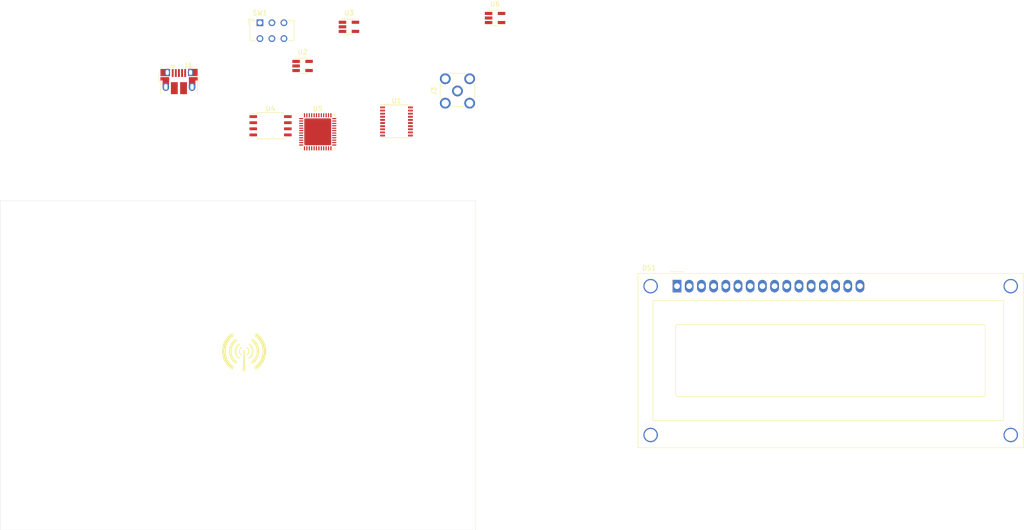
<source format=kicad_pcb>
(kicad_pcb (version 20171130) (host pcbnew 5.1.4-e60b266~84~ubuntu18.04.1)

  (general
    (thickness 1.6)
    (drawings 4)
    (tracks 0)
    (zones 0)
    (modules 11)
    (nets 75)
  )

  (page A4)
  (layers
    (0 F.Cu signal)
    (31 B.Cu signal)
    (32 B.Adhes user)
    (33 F.Adhes user)
    (34 B.Paste user)
    (35 F.Paste user)
    (36 B.SilkS user)
    (37 F.SilkS user)
    (38 B.Mask user)
    (39 F.Mask user)
    (40 Dwgs.User user)
    (41 Cmts.User user)
    (42 Eco1.User user)
    (43 Eco2.User user)
    (44 Edge.Cuts user)
    (45 Margin user)
    (46 B.CrtYd user)
    (47 F.CrtYd user)
    (48 B.Fab user)
    (49 F.Fab user)
  )

  (setup
    (last_trace_width 0.25)
    (trace_clearance 0.2)
    (zone_clearance 0.508)
    (zone_45_only no)
    (trace_min 0.2)
    (via_size 0.8)
    (via_drill 0.4)
    (via_min_size 0.4)
    (via_min_drill 0.3)
    (uvia_size 0.3)
    (uvia_drill 0.1)
    (uvias_allowed no)
    (uvia_min_size 0.2)
    (uvia_min_drill 0.1)
    (edge_width 0.05)
    (segment_width 0.2)
    (pcb_text_width 0.3)
    (pcb_text_size 1.5 1.5)
    (mod_edge_width 0.12)
    (mod_text_size 1 1)
    (mod_text_width 0.15)
    (pad_size 1.524 1.524)
    (pad_drill 0.762)
    (pad_to_mask_clearance 0.051)
    (solder_mask_min_width 0.25)
    (aux_axis_origin 0 0)
    (visible_elements FFFFFF7F)
    (pcbplotparams
      (layerselection 0x010fc_ffffffff)
      (usegerberextensions false)
      (usegerberattributes false)
      (usegerberadvancedattributes false)
      (creategerberjobfile false)
      (excludeedgelayer true)
      (linewidth 0.100000)
      (plotframeref false)
      (viasonmask false)
      (mode 1)
      (useauxorigin false)
      (hpglpennumber 1)
      (hpglpenspeed 20)
      (hpglpendiameter 15.000000)
      (psnegative false)
      (psa4output false)
      (plotreference true)
      (plotvalue true)
      (plotinvisibletext false)
      (padsonsilk false)
      (subtractmaskfromsilk false)
      (outputformat 1)
      (mirror false)
      (drillshape 1)
      (scaleselection 1)
      (outputdirectory ""))
  )

  (net 0 "")
  (net 1 GND)
  (net 2 "Net-(J1-Pad4)")
  (net 3 "Net-(J1-Pad3)")
  (net 4 "Net-(J1-Pad2)")
  (net 5 "Net-(J1-Pad1)")
  (net 6 "Net-(C1-Pad2)")
  (net 7 VPOS)
  (net 8 "Net-(D1-Pad2)")
  (net 9 "Net-(L1-Pad2)")
  (net 10 "Net-(D2-Pad1)")
  (net 11 VNEG)
  (net 12 "Net-(R4-Pad1)")
  (net 13 "Net-(C2-Pad1)")
  (net 14 "Net-(U1-Pad6)")
  (net 15 3V3)
  (net 16 "Net-(U2-Pad4)")
  (net 17 "Net-(U2-Pad3)")
  (net 18 1V2)
  (net 19 "Net-(U3-Pad4)")
  (net 20 "Net-(U4-Pad8)")
  (net 21 "Net-(U4-Pad7)")
  (net 22 "Net-(U4-Pad3)")
  (net 23 "Net-(U5-Pad48)")
  (net 24 "Net-(U5-Pad47)")
  (net 25 "Net-(U5-Pad46)")
  (net 26 "Net-(U5-Pad45)")
  (net 27 "Net-(U5-Pad44)")
  (net 28 "Net-(U5-Pad43)")
  (net 29 "Net-(U5-Pad42)")
  (net 30 "Net-(U5-Pad41)")
  (net 31 "Net-(U5-Pad40)")
  (net 32 "Net-(U5-Pad39)")
  (net 33 "Net-(U5-Pad38)")
  (net 34 "Net-(U5-Pad37)")
  (net 35 "Net-(U5-Pad36)")
  (net 36 "Net-(U5-Pad35)")
  (net 37 "Net-(C5-Pad1)")
  (net 38 "Net-(U5-Pad23)")
  (net 39 "Net-(U5-Pad21)")
  (net 40 "Net-(U5-Pad20)")
  (net 41 "Net-(U5-Pad19)")
  (net 42 "Net-(U5-Pad18)")
  (net 43 "Net-(U5-Pad13)")
  (net 44 "Net-(U5-Pad12)")
  (net 45 "Net-(U5-Pad11)")
  (net 46 "Net-(U5-Pad10)")
  (net 47 "Net-(U5-Pad9)")
  (net 48 "Net-(U5-Pad8)")
  (net 49 "Net-(DS1-Pad15)")
  (net 50 "Net-(DS1-Pad14)")
  (net 51 "Net-(DS1-Pad13)")
  (net 52 "Net-(DS1-Pad12)")
  (net 53 "Net-(DS1-Pad11)")
  (net 54 "Net-(DS1-Pad10)")
  (net 55 "Net-(DS1-Pad9)")
  (net 56 "Net-(DS1-Pad8)")
  (net 57 "Net-(DS1-Pad7)")
  (net 58 "Net-(DS1-Pad6)")
  (net 59 "Net-(DS1-Pad5)")
  (net 60 "Net-(DS1-Pad4)")
  (net 61 "Net-(DS1-Pad3)")
  (net 62 "Net-(DS1-Pad2)")
  (net 63 "Net-(DS1-Pad1)")
  (net 64 5V)
  (net 65 "Net-(J2-Pad3)")
  (net 66 "Net-(J2-Pad1)")
  (net 67 "Net-(J2-Pad2)")
  (net 68 "Net-(J2-Pad4)")
  (net 69 CDONE)
  (net 70 "Net-(R7-Pad1)")
  (net 71 "Net-(R9-Pad1)")
  (net 72 "Net-(R10-Pad1)")
  (net 73 "Net-(R8-Pad1)")
  (net 74 "Net-(D4-Pad3)")

  (net_class Default "This is the default net class."
    (clearance 0.2)
    (trace_width 0.25)
    (via_dia 0.8)
    (via_drill 0.4)
    (uvia_dia 0.3)
    (uvia_drill 0.1)
    (add_net 1V2)
    (add_net 3V3)
    (add_net 5V)
    (add_net CDONE)
    (add_net GND)
    (add_net "Net-(C1-Pad2)")
    (add_net "Net-(C2-Pad1)")
    (add_net "Net-(C5-Pad1)")
    (add_net "Net-(D1-Pad2)")
    (add_net "Net-(D2-Pad1)")
    (add_net "Net-(D4-Pad3)")
    (add_net "Net-(DS1-Pad1)")
    (add_net "Net-(DS1-Pad10)")
    (add_net "Net-(DS1-Pad11)")
    (add_net "Net-(DS1-Pad12)")
    (add_net "Net-(DS1-Pad13)")
    (add_net "Net-(DS1-Pad14)")
    (add_net "Net-(DS1-Pad15)")
    (add_net "Net-(DS1-Pad2)")
    (add_net "Net-(DS1-Pad3)")
    (add_net "Net-(DS1-Pad4)")
    (add_net "Net-(DS1-Pad5)")
    (add_net "Net-(DS1-Pad6)")
    (add_net "Net-(DS1-Pad7)")
    (add_net "Net-(DS1-Pad8)")
    (add_net "Net-(DS1-Pad9)")
    (add_net "Net-(J1-Pad1)")
    (add_net "Net-(J1-Pad2)")
    (add_net "Net-(J1-Pad3)")
    (add_net "Net-(J1-Pad4)")
    (add_net "Net-(J2-Pad1)")
    (add_net "Net-(J2-Pad2)")
    (add_net "Net-(J2-Pad3)")
    (add_net "Net-(J2-Pad4)")
    (add_net "Net-(L1-Pad2)")
    (add_net "Net-(R10-Pad1)")
    (add_net "Net-(R4-Pad1)")
    (add_net "Net-(R7-Pad1)")
    (add_net "Net-(R8-Pad1)")
    (add_net "Net-(R9-Pad1)")
    (add_net "Net-(U1-Pad6)")
    (add_net "Net-(U2-Pad3)")
    (add_net "Net-(U2-Pad4)")
    (add_net "Net-(U3-Pad4)")
    (add_net "Net-(U4-Pad3)")
    (add_net "Net-(U4-Pad7)")
    (add_net "Net-(U4-Pad8)")
    (add_net "Net-(U5-Pad10)")
    (add_net "Net-(U5-Pad11)")
    (add_net "Net-(U5-Pad12)")
    (add_net "Net-(U5-Pad13)")
    (add_net "Net-(U5-Pad18)")
    (add_net "Net-(U5-Pad19)")
    (add_net "Net-(U5-Pad20)")
    (add_net "Net-(U5-Pad21)")
    (add_net "Net-(U5-Pad23)")
    (add_net "Net-(U5-Pad35)")
    (add_net "Net-(U5-Pad36)")
    (add_net "Net-(U5-Pad37)")
    (add_net "Net-(U5-Pad38)")
    (add_net "Net-(U5-Pad39)")
    (add_net "Net-(U5-Pad40)")
    (add_net "Net-(U5-Pad41)")
    (add_net "Net-(U5-Pad42)")
    (add_net "Net-(U5-Pad43)")
    (add_net "Net-(U5-Pad44)")
    (add_net "Net-(U5-Pad45)")
    (add_net "Net-(U5-Pad46)")
    (add_net "Net-(U5-Pad47)")
    (add_net "Net-(U5-Pad48)")
    (add_net "Net-(U5-Pad8)")
    (add_net "Net-(U5-Pad9)")
    (add_net VNEG)
    (add_net VPOS)
  )

  (module SingularitySurfer_Logo:radiation (layer F.Cu) (tedit 0) (tstamp 5D8D4B5A)
    (at 139.7 95.25)
    (fp_text reference G*** (at 0 0) (layer F.SilkS) hide
      (effects (font (size 1.524 1.524) (thickness 0.3)))
    )
    (fp_text value LOGO (at 0.75 0) (layer F.SilkS) hide
      (effects (font (size 1.524 1.524) (thickness 0.3)))
    )
    (fp_poly (pts (xy 0.727199 -1.178555) (xy 0.836555 -1.061399) (xy 0.926276 -0.935137) (xy 0.994163 -0.803316)
      (xy 1.034893 -0.682381) (xy 1.065892 -0.511164) (xy 1.07175 -0.345511) (xy 1.052711 -0.186313)
      (xy 1.009015 -0.034461) (xy 0.940904 0.109156) (xy 0.848622 0.243647) (xy 0.755145 0.346434)
      (xy 0.700663 0.397716) (xy 0.652533 0.439175) (xy 0.614295 0.467977) (xy 0.589491 0.481288)
      (xy 0.585945 0.481862) (xy 0.575878 0.471893) (xy 0.556373 0.445845) (xy 0.535009 0.41441)
      (xy 0.490795 0.346872) (xy 0.520604 0.326487) (xy 0.576309 0.282449) (xy 0.63806 0.224168)
      (xy 0.698196 0.159552) (xy 0.749053 0.096511) (xy 0.763761 0.075504) (xy 0.822424 -0.032073)
      (xy 0.867799 -0.156093) (xy 0.897245 -0.28922) (xy 0.898743 -0.299408) (xy 0.903593 -0.38225)
      (xy 0.898334 -0.478358) (xy 0.88424 -0.57756) (xy 0.862583 -0.669689) (xy 0.846429 -0.717488)
      (xy 0.796019 -0.822033) (xy 0.728738 -0.926365) (xy 0.651678 -1.02005) (xy 0.617497 -1.05428)
      (xy 0.572652 -1.09831) (xy 0.547043 -1.131632) (xy 0.53964 -1.159906) (xy 0.54941 -1.188792)
      (xy 0.575321 -1.223948) (xy 0.584586 -1.234826) (xy 0.621694 -1.277806) (xy 0.727199 -1.178555)) (layer F.SilkS) (width 0.01))
    (fp_poly (pts (xy -0.565332 -1.253691) (xy -0.542373 -1.229274) (xy -0.517187 -1.197693) (xy -0.495577 -1.166407)
      (xy -0.483341 -1.142871) (xy -0.482352 -1.137615) (xy -0.492183 -1.124391) (xy -0.517103 -1.10177)
      (xy -0.540845 -1.082958) (xy -0.611992 -1.01934) (xy -0.682048 -0.938932) (xy -0.744352 -0.850392)
      (xy -0.792243 -0.762379) (xy -0.798535 -0.747942) (xy -0.842209 -0.62353) (xy -0.865688 -0.504231)
      (xy -0.87061 -0.38095) (xy -0.869482 -0.35448) (xy -0.849258 -0.202581) (xy -0.805899 -0.062462)
      (xy -0.739283 0.066085) (xy -0.649287 0.183271) (xy -0.535788 0.289304) (xy -0.458194 0.346419)
      (xy -0.460317 0.359035) (xy -0.473589 0.385554) (xy -0.493864 0.418789) (xy -0.516997 0.451555)
      (xy -0.523768 0.46009) (xy -0.553933 0.496846) (xy -0.651454 0.412941) (xy -0.760333 0.311214)
      (xy -0.847158 0.211015) (xy -0.915147 0.107546) (xy -0.967516 -0.00399) (xy -1.00271 -0.110718)
      (xy -1.034505 -0.272158) (xy -1.040913 -0.432974) (xy -1.022554 -0.591052) (xy -0.980049 -0.744278)
      (xy -0.91402 -0.89054) (xy -0.825086 -1.027723) (xy -0.71387 -1.153715) (xy -0.689399 -1.177022)
      (xy -0.647885 -1.214045) (xy -0.612348 -1.243148) (xy -0.58772 -1.260424) (xy -0.580264 -1.263488)
      (xy -0.565332 -1.253691)) (layer F.SilkS) (width 0.01))
    (fp_poly (pts (xy 1.112281 -1.984461) (xy 1.147601 -1.961867) (xy 1.193362 -1.928207) (xy 1.245299 -1.886876)
      (xy 1.299147 -1.841266) (xy 1.350642 -1.794774) (xy 1.395519 -1.750794) (xy 1.395732 -1.750573)
      (xy 1.548021 -1.575649) (xy 1.675955 -1.391712) (xy 1.779832 -1.198171) (xy 1.859949 -0.994434)
      (xy 1.916602 -0.779913) (xy 1.934428 -0.680305) (xy 1.946849 -0.565683) (xy 1.952009 -0.437106)
      (xy 1.950145 -0.30325) (xy 1.941495 -0.17279) (xy 1.926297 -0.054405) (xy 1.915776 0)
      (xy 1.854255 0.220427) (xy 1.770912 0.426674) (xy 1.665579 0.619049) (xy 1.538086 0.797857)
      (xy 1.388263 0.963406) (xy 1.379006 0.972489) (xy 1.334211 1.014525) (xy 1.282953 1.06002)
      (xy 1.229309 1.105666) (xy 1.177357 1.148149) (xy 1.131173 1.184159) (xy 1.094835 1.210385)
      (xy 1.07242 1.223515) (xy 1.068826 1.22441) (xy 1.05902 1.214046) (xy 1.039575 1.18641)
      (xy 1.014061 1.146684) (xy 1.003806 1.129974) (xy 0.973685 1.081946) (xy 0.94506 1.039104)
      (xy 0.923129 1.009161) (xy 0.919399 1.004705) (xy 0.901696 0.982712) (xy 0.901075 0.970563)
      (xy 0.916676 0.959116) (xy 0.936339 0.945118) (xy 0.970865 0.918521) (xy 1.015081 0.883372)
      (xy 1.055685 0.850395) (xy 1.206167 0.710336) (xy 1.337281 0.553185) (xy 1.448191 0.380163)
      (xy 1.53806 0.192488) (xy 1.574529 0.09446) (xy 1.604553 -0.016574) (xy 1.626595 -0.144808)
      (xy 1.640081 -0.282467) (xy 1.644439 -0.421775) (xy 1.639095 -0.554957) (xy 1.628886 -0.642897)
      (xy 1.586618 -0.833196) (xy 1.520729 -1.018398) (xy 1.433154 -1.195292) (xy 1.325824 -1.360662)
      (xy 1.200673 -1.511297) (xy 1.059632 -1.643981) (xy 0.997669 -1.692442) (xy 0.925444 -1.745797)
      (xy 1.00003 -1.869031) (xy 1.031579 -1.918777) (xy 1.059808 -1.958968) (xy 1.081313 -1.985011)
      (xy 1.091666 -1.992594) (xy 1.112281 -1.984461)) (layer F.SilkS) (width 0.01))
    (fp_poly (pts (xy -1.042302 -1.982794) (xy -1.021697 -1.955986) (xy -0.994465 -1.917866) (xy -0.964232 -1.873803)
      (xy -0.934624 -1.829164) (xy -0.909265 -1.789318) (xy -0.891782 -1.759633) (xy -0.885767 -1.745813)
      (xy -0.895855 -1.735665) (xy -0.921839 -1.716752) (xy -0.946747 -1.700411) (xy -0.979457 -1.676377)
      (xy -1.024599 -1.638666) (xy -1.076433 -1.59227) (xy -1.129222 -1.542181) (xy -1.133897 -1.537591)
      (xy -1.269662 -1.385968) (xy -1.38498 -1.219504) (xy -1.478571 -1.040634) (xy -1.54916 -0.851796)
      (xy -1.595066 -0.657795) (xy -1.609499 -0.535688) (xy -1.613921 -0.403349) (xy -1.608895 -0.267173)
      (xy -1.594986 -0.133556) (xy -1.572754 -0.008893) (xy -1.542764 0.100422) (xy -1.523982 0.149794)
      (xy -1.513327 0.174746) (xy -1.49624 0.214895) (xy -1.476859 0.260512) (xy -1.439156 0.338195)
      (xy -1.388589 0.426654) (xy -1.330322 0.517854) (xy -1.269517 0.603766) (xy -1.211339 0.676354)
      (xy -1.204872 0.683684) (xy -1.160967 0.729138) (xy -1.104466 0.782405) (xy -1.04372 0.835811)
      (xy -1.002975 0.869298) (xy -0.95515 0.908353) (xy -0.915918 0.942551) (xy -0.88928 0.968252)
      (xy -0.879235 0.981814) (xy -0.879231 0.981937) (xy -0.885894 1.000111) (xy -0.903482 1.032813)
      (xy -0.928392 1.074472) (xy -0.957022 1.119518) (xy -0.985769 1.16238) (xy -1.011031 1.197487)
      (xy -1.029204 1.219268) (xy -1.035539 1.22364) (xy -1.051892 1.215957) (xy -1.082262 1.196508)
      (xy -1.120084 1.169499) (xy -1.120205 1.169408) (xy -1.299752 1.02104) (xy -1.456123 0.861103)
      (xy -1.589938 0.688636) (xy -1.701814 0.502677) (xy -1.79237 0.302265) (xy -1.862225 0.086438)
      (xy -1.88926 -0.026052) (xy -1.905252 -0.124593) (xy -1.915668 -0.240256) (xy -1.920413 -0.364802)
      (xy -1.919395 -0.489988) (xy -1.912519 -0.607576) (xy -1.899691 -0.709324) (xy -1.897207 -0.722924)
      (xy -1.841893 -0.94566) (xy -1.763987 -1.156239) (xy -1.663961 -1.353767) (xy -1.542291 -1.537352)
      (xy -1.39945 -1.706103) (xy -1.346113 -1.759972) (xy -1.297754 -1.805089) (xy -1.244526 -1.851747)
      (xy -1.19059 -1.896642) (xy -1.140107 -1.936471) (xy -1.097239 -1.967931) (xy -1.066148 -1.987718)
      (xy -1.052656 -1.992924) (xy -1.042302 -1.982794)) (layer F.SilkS) (width 0.01))
    (fp_poly (pts (xy 1.780728 -2.986968) (xy 1.818646 -2.963454) (xy 1.868866 -2.927464) (xy 1.928039 -2.881671)
      (xy 1.992816 -2.828749) (xy 2.059846 -2.771369) (xy 2.125781 -2.712204) (xy 2.187271 -2.653929)
      (xy 2.191613 -2.649666) (xy 2.341945 -2.493113) (xy 2.475228 -2.335055) (xy 2.596712 -2.168546)
      (xy 2.711645 -1.986637) (xy 2.771366 -1.882206) (xy 2.818757 -1.790691) (xy 2.867344 -1.686099)
      (xy 2.9151 -1.573778) (xy 2.959994 -1.459075) (xy 2.999997 -1.347337) (xy 3.03308 -1.243913)
      (xy 3.057213 -1.154149) (xy 3.067958 -1.100667) (xy 3.076497 -1.055439) (xy 3.086434 -1.013653)
      (xy 3.087611 -1.009488) (xy 3.102374 -0.944595) (xy 3.115653 -0.858944) (xy 3.126968 -0.757805)
      (xy 3.135841 -0.646453) (xy 3.141793 -0.530159) (xy 3.144346 -0.414196) (xy 3.144392 -0.384257)
      (xy 3.133211 -0.111753) (xy 3.100747 0.149093) (xy 3.04601 0.402959) (xy 2.968013 0.654523)
      (xy 2.87583 0.885743) (xy 2.768397 1.103308) (xy 2.639786 1.317221) (xy 2.493471 1.522898)
      (xy 2.332928 1.715756) (xy 2.161631 1.89121) (xy 2.018974 2.016133) (xy 1.967677 2.056883)
      (xy 1.912674 2.099179) (xy 1.858153 2.139967) (xy 1.8083 2.176195) (xy 1.767302 2.204808)
      (xy 1.739345 2.222755) (xy 1.729298 2.227384) (xy 1.721158 2.217039) (xy 1.701132 2.188292)
      (xy 1.671543 2.144574) (xy 1.634715 2.089317) (xy 1.595209 2.029368) (xy 1.553764 1.965588)
      (xy 1.51779 1.90915) (xy 1.489561 1.863708) (xy 1.471346 1.832913) (xy 1.465384 1.820608)
      (xy 1.475365 1.808647) (xy 1.501843 1.786525) (xy 1.539619 1.758503) (xy 1.550051 1.751192)
      (xy 1.663117 1.665472) (xy 1.781886 1.562207) (xy 1.900475 1.447186) (xy 2.013002 1.326196)
      (xy 2.113581 1.205026) (xy 2.138464 1.172307) (xy 2.264081 0.985714) (xy 2.373653 0.784409)
      (xy 2.468528 0.565609) (xy 2.550058 0.32653) (xy 2.552332 0.318946) (xy 2.580505 0.216649)
      (xy 2.602251 0.117643) (xy 2.618367 0.015931) (xy 2.629649 -0.094489) (xy 2.636895 -0.219613)
      (xy 2.640536 -0.34518) (xy 2.642026 -0.447992) (xy 2.641886 -0.531089) (xy 2.639819 -0.600773)
      (xy 2.635527 -0.663346) (xy 2.628711 -0.725112) (xy 2.619524 -0.789443) (xy 2.588891 -0.95921)
      (xy 2.55017 -1.117543) (xy 2.501152 -1.27083) (xy 2.439625 -1.425455) (xy 2.363377 -1.587805)
      (xy 2.302523 -1.704883) (xy 2.282298 -1.74025) (xy 2.254404 -1.786051) (xy 2.222388 -1.836814)
      (xy 2.189797 -1.887066) (xy 2.16018 -1.931337) (xy 2.137084 -1.964153) (xy 2.124229 -1.979898)
      (xy 2.112674 -1.993077) (xy 2.090789 -2.020253) (xy 2.071452 -2.045026) (xy 2.027916 -2.099346)
      (xy 1.981265 -2.152765) (xy 1.92657 -2.210619) (xy 1.858901 -2.278245) (xy 1.830102 -2.306313)
      (xy 1.783301 -2.350921) (xy 1.738294 -2.391819) (xy 1.690084 -2.43324) (xy 1.633671 -2.479417)
      (xy 1.564056 -2.534584) (xy 1.518855 -2.569883) (xy 1.481147 -2.599229) (xy 1.610035 -2.797207)
      (xy 1.652436 -2.860761) (xy 1.691124 -2.915803) (xy 1.723504 -2.958873) (xy 1.746985 -2.986511)
      (xy 1.758461 -2.995333) (xy 1.780728 -2.986968)) (layer F.SilkS) (width 0.01))
    (fp_poly (pts (xy -1.703442 -2.984457) (xy -1.679896 -2.955943) (xy -1.649349 -2.913939) (xy -1.61518 -2.862859)
      (xy -1.577064 -2.80391) (xy -1.539406 -2.746113) (xy -1.507052 -2.696881) (xy -1.48818 -2.66855)
      (xy -1.465272 -2.632802) (xy -1.449899 -2.605428) (xy -1.445846 -2.594716) (xy -1.455882 -2.582745)
      (xy -1.482567 -2.560637) (xy -1.52077 -2.532546) (xy -1.533769 -2.523533) (xy -1.657036 -2.429722)
      (xy -1.783555 -2.315995) (xy -1.908886 -2.187324) (xy -2.028588 -2.048683) (xy -2.138222 -1.905044)
      (xy -2.233346 -1.76138) (xy -2.269235 -1.699847) (xy -2.296745 -1.650635) (xy -2.322301 -1.605172)
      (xy -2.340873 -1.5724) (xy -2.342482 -1.56959) (xy -2.37843 -1.498495) (xy -2.41695 -1.407571)
      (xy -2.456064 -1.302639) (xy -2.493793 -1.189521) (xy -2.52816 -1.074038) (xy -2.557185 -0.962012)
      (xy -2.572406 -0.893039) (xy -2.59682 -0.73684) (xy -2.611102 -0.564419) (xy -2.615208 -0.383574)
      (xy -2.609092 -0.202101) (xy -2.592709 -0.0278) (xy -2.577944 0.070035) (xy -2.540118 0.243692)
      (xy -2.486788 0.427184) (xy -2.420746 0.611799) (xy -2.354218 0.768512) (xy -2.340779 0.795087)
      (xy -2.319747 0.833866) (xy -2.294735 0.878521) (xy -2.269355 0.922725) (xy -2.247221 0.96015)
      (xy -2.231945 0.984469) (xy -2.227793 0.989948) (xy -2.217312 1.005244) (xy -2.203344 1.030457)
      (xy -2.181527 1.066176) (xy -2.146271 1.116371) (xy -2.101482 1.176077) (xy -2.051061 1.240331)
      (xy -1.998913 1.304168) (xy -1.948941 1.362623) (xy -1.905049 1.410731) (xy -1.901264 1.414658)
      (xy -1.802939 1.512089) (xy -1.7036 1.603174) (xy -1.608634 1.683184) (xy -1.523429 1.74739)
      (xy -1.517487 1.751502) (xy -1.475606 1.780341) (xy -1.442802 1.803053) (xy -1.424316 1.816003)
      (xy -1.422159 1.81759) (xy -1.426909 1.829472) (xy -1.444019 1.858524) (xy -1.470736 1.900696)
      (xy -1.504307 1.951935) (xy -1.541982 2.008192) (xy -1.581007 2.065416) (xy -1.618631 2.119556)
      (xy -1.652101 2.16656) (xy -1.678666 2.202379) (xy -1.695574 2.222961) (xy -1.699846 2.226322)
      (xy -1.718133 2.218837) (xy -1.74613 2.20095) (xy -1.751031 2.197353) (xy -1.777218 2.177733)
      (xy -1.818069 2.147124) (xy -1.867399 2.11016) (xy -1.906188 2.081092) (xy -1.974686 2.026285)
      (xy -2.054124 1.957102) (xy -2.13865 1.879084) (xy -2.222412 1.797773) (xy -2.29956 1.718712)
      (xy -2.364241 1.647442) (xy -2.365132 1.646407) (xy -2.472483 1.512001) (xy -2.578468 1.361202)
      (xy -2.679286 1.200439) (xy -2.771136 1.03614) (xy -2.850216 0.874736) (xy -2.912726 0.722655)
      (xy -2.914989 0.71641) (xy -2.935563 0.656435) (xy -2.958927 0.583767) (xy -2.983244 0.504627)
      (xy -3.006678 0.425239) (xy -3.027391 0.351827) (xy -3.043549 0.290613) (xy -3.053313 0.24782)
      (xy -3.053376 0.247487) (xy -3.094729 -0.034624) (xy -3.113028 -0.31572) (xy -3.108299 -0.592828)
      (xy -3.080569 -0.862978) (xy -3.04161 -1.073123) (xy -2.974762 -1.3196) (xy -2.886313 -1.563644)
      (xy -2.778346 -1.801231) (xy -2.652945 -2.028343) (xy -2.512192 -2.240957) (xy -2.35817 -2.435052)
      (xy -2.306068 -2.492975) (xy -2.2386 -2.563304) (xy -2.165542 -2.635417) (xy -2.089661 -2.706956)
      (xy -2.013726 -2.775561) (xy -1.940505 -2.838875) (xy -1.872764 -2.89454) (xy -1.813273 -2.940198)
      (xy -1.7648 -2.973489) (xy -1.730111 -2.992057) (xy -1.716656 -2.995136) (xy -1.703442 -2.984457)) (layer F.SilkS) (width 0.01))
    (fp_poly (pts (xy 2.586156 -4.207337) (xy 2.629582 -4.182347) (xy 2.689453 -4.141383) (xy 2.729118 -4.112384)
      (xy 2.833677 -4.031546) (xy 2.949486 -3.936452) (xy 3.070439 -3.832271) (xy 3.190426 -3.724172)
      (xy 3.217261 -3.699282) (xy 3.240253 -3.676427) (xy 3.276555 -3.638721) (xy 3.321997 -3.590626)
      (xy 3.372404 -3.536604) (xy 3.423605 -3.481118) (xy 3.471427 -3.428629) (xy 3.498186 -3.398836)
      (xy 3.645709 -3.220186) (xy 3.789921 -3.020137) (xy 3.928328 -2.803327) (xy 4.058436 -2.574396)
      (xy 4.177753 -2.337983) (xy 4.283784 -2.098728) (xy 4.374036 -1.861268) (xy 4.442982 -1.641231)
      (xy 4.471616 -1.528558) (xy 4.500535 -1.397222) (xy 4.528362 -1.254561) (xy 4.553723 -1.107911)
      (xy 4.575244 -0.964608) (xy 4.586994 -0.872718) (xy 4.593934 -0.794098) (xy 4.599014 -0.696123)
      (xy 4.602271 -0.584) (xy 4.603741 -0.462938) (xy 4.603463 -0.338142) (xy 4.601473 -0.214821)
      (xy 4.597808 -0.098182) (xy 4.592505 0.006569) (xy 4.585603 0.094222) (xy 4.579742 0.143282)
      (xy 4.570255 0.208707) (xy 4.561497 0.269945) (xy 4.554562 0.319302) (xy 4.551046 0.345179)
      (xy 4.543716 0.389478) (xy 4.530539 0.456172) (xy 4.512116 0.542417) (xy 4.489045 0.645365)
      (xy 4.474169 0.709897) (xy 4.457731 0.776194) (xy 4.436373 0.856216) (xy 4.413128 0.938884)
      (xy 4.39215 1.009487) (xy 4.377276 1.053457) (xy 4.354912 1.11435) (xy 4.327818 1.185141)
      (xy 4.298754 1.258802) (xy 4.270478 1.328307) (xy 4.245751 1.386629) (xy 4.232396 1.416264)
      (xy 4.213085 1.459526) (xy 4.19925 1.494674) (xy 4.193914 1.513956) (xy 4.187842 1.532398)
      (xy 4.171968 1.567117) (xy 4.14929 1.611701) (xy 4.140435 1.628205) (xy 4.108755 1.686491)
      (xy 4.07525 1.748202) (xy 4.04679 1.800683) (xy 4.044966 1.804051) (xy 3.964679 1.943401)
      (xy 3.870331 2.092318) (xy 3.766456 2.244444) (xy 3.65759 2.393425) (xy 3.548269 2.532904)
      (xy 3.443028 2.656525) (xy 3.413592 2.688855) (xy 3.336808 2.769247) (xy 3.25129 2.8546)
      (xy 3.16147 2.940807) (xy 3.071781 3.023763) (xy 2.986655 3.09936) (xy 2.910524 3.163493)
      (xy 2.852615 3.208564) (xy 2.815582 3.236237) (xy 2.787489 3.258188) (xy 2.774461 3.269623)
      (xy 2.762078 3.279426) (xy 2.733658 3.299656) (xy 2.694522 3.326719) (xy 2.649986 3.357021)
      (xy 2.60537 3.386969) (xy 2.565992 3.41297) (xy 2.537169 3.431431) (xy 2.524222 3.438758)
      (xy 2.524114 3.438769) (xy 2.515624 3.42875) (xy 2.496698 3.402259) (xy 2.471134 3.364643)
      (xy 2.46629 3.357359) (xy 2.38757 3.238086) (xy 2.317906 3.131485) (xy 2.258192 3.03897)
      (xy 2.209324 2.961953) (xy 2.172194 2.90185) (xy 2.147698 2.860072) (xy 2.136731 2.838034)
      (xy 2.136205 2.835661) (xy 2.146488 2.820908) (xy 2.173609 2.797636) (xy 2.211975 2.770576)
      (xy 2.217027 2.767325) (xy 2.309772 2.703139) (xy 2.413712 2.622439) (xy 2.524239 2.529421)
      (xy 2.636745 2.428282) (xy 2.746623 2.323218) (xy 2.849263 2.218427) (xy 2.940059 2.118104)
      (xy 2.973501 2.078374) (xy 3.157565 1.839132) (xy 3.317368 1.599259) (xy 3.454611 1.355968)
      (xy 3.570994 1.106467) (xy 3.58164 1.080849) (xy 3.692341 0.778725) (xy 3.777145 0.473912)
      (xy 3.836062 0.166302) (xy 3.869102 -0.144212) (xy 3.876275 -0.457736) (xy 3.857592 -0.774378)
      (xy 3.813063 -1.094246) (xy 3.795778 -1.185334) (xy 3.724989 -1.475312) (xy 3.63013 -1.759367)
      (xy 3.510815 -2.038319) (xy 3.366654 -2.312988) (xy 3.197261 -2.584194) (xy 3.015436 -2.83572)
      (xy 2.946968 -2.91854) (xy 2.862501 -3.011164) (xy 2.76637 -3.109551) (xy 2.662912 -3.209663)
      (xy 2.556463 -3.307457) (xy 2.451358 -3.398895) (xy 2.351933 -3.479935) (xy 2.262525 -3.546538)
      (xy 2.226481 -3.570874) (xy 2.192037 -3.594899) (xy 2.168726 -3.614422) (xy 2.162256 -3.623352)
      (xy 2.169021 -3.636434) (xy 2.187809 -3.667781) (xy 2.216359 -3.713873) (xy 2.252408 -3.77119)
      (xy 2.293697 -3.83621) (xy 2.337963 -3.905413) (xy 2.382945 -3.975278) (xy 2.426382 -4.042285)
      (xy 2.466014 -4.102913) (xy 2.499577 -4.153642) (xy 2.524812 -4.19095) (xy 2.539457 -4.211317)
      (xy 2.541225 -4.213376) (xy 2.557321 -4.217348) (xy 2.586156 -4.207337)) (layer F.SilkS) (width 0.01))
    (fp_poly (pts (xy -2.506311 -4.211199) (xy -2.486824 -4.1904) (xy -2.469359 -4.167702) (xy -2.46228 -4.153525)
      (xy -2.455262 -4.140809) (xy -2.435801 -4.109532) (xy -2.405899 -4.06281) (xy -2.367563 -4.003758)
      (xy -2.322796 -3.935494) (xy -2.292513 -3.88964) (xy -2.24473 -3.817021) (xy -2.20217 -3.751458)
      (xy -2.166837 -3.696111) (xy -2.140737 -3.654142) (xy -2.125873 -3.628711) (xy -2.12318 -3.62264)
      (xy -2.133232 -3.61081) (xy -2.160216 -3.588368) (xy -2.199373 -3.55913) (xy -2.224128 -3.541703)
      (xy -2.276239 -3.504575) (xy -2.326886 -3.46651) (xy -2.367398 -3.434082) (xy -2.37718 -3.425637)
      (xy -2.419651 -3.389433) (xy -2.465045 -3.353097) (xy -2.480588 -3.341329) (xy -2.518478 -3.310074)
      (xy -2.569793 -3.263077) (xy -2.630783 -3.204182) (xy -2.697696 -3.137234) (xy -2.76678 -3.066076)
      (xy -2.834285 -2.994553) (xy -2.896459 -2.926508) (xy -2.94955 -2.865786) (xy -2.976599 -2.833077)
      (xy -3.014115 -2.785154) (xy -3.056985 -2.728552) (xy -3.102536 -2.667019) (xy -3.148091 -2.604302)
      (xy -3.190977 -2.544147) (xy -3.228518 -2.490304) (xy -3.258039 -2.446517) (xy -3.276864 -2.416536)
      (xy -3.282462 -2.404617) (xy -3.288808 -2.390764) (xy -3.305648 -2.360655) (xy -3.32968 -2.320133)
      (xy -3.336447 -2.309025) (xy -3.366497 -2.256581) (xy -3.403919 -2.186074) (xy -3.445785 -2.103371)
      (xy -3.489168 -2.014338) (xy -3.531141 -1.924842) (xy -3.559174 -1.862667) (xy -3.576801 -1.818578)
      (xy -3.599654 -1.755314) (xy -3.625826 -1.678756) (xy -3.653412 -1.594782) (xy -3.680504 -1.509275)
      (xy -3.705196 -1.428114) (xy -3.72558 -1.357181) (xy -3.736558 -1.31559) (xy -3.761273 -1.205232)
      (xy -3.785228 -1.0779) (xy -3.806899 -0.942664) (xy -3.824761 -0.808589) (xy -3.830607 -0.756277)
      (xy -3.836111 -0.681185) (xy -3.839398 -0.586797) (xy -3.840593 -0.478804) (xy -3.83982 -0.362893)
      (xy -3.837203 -0.244755) (xy -3.832868 -0.130077) (xy -3.826939 -0.024549) (xy -3.819539 0.066141)
      (xy -3.811114 0.134309) (xy -3.753741 0.433146) (xy -3.678506 0.720262) (xy -3.586207 0.993431)
      (xy -3.477645 1.250427) (xy -3.353622 1.489024) (xy -3.280992 1.608666) (xy -3.136413 1.823971)
      (xy -2.991499 2.017808) (xy -2.842147 2.194486) (xy -2.684256 2.358314) (xy -2.513723 2.513603)
      (xy -2.326445 2.664661) (xy -2.159 2.787341) (xy -2.125664 2.812449) (xy -2.103201 2.832421)
      (xy -2.097128 2.841036) (xy -2.10398 2.854792) (xy -2.122905 2.886278) (xy -2.15146 2.931591)
      (xy -2.187204 2.98683) (xy -2.211964 3.024444) (xy -2.258865 3.095311) (xy -2.307926 3.169553)
      (xy -2.354114 3.23955) (xy -2.392401 3.297684) (xy -2.401369 3.31133) (xy -2.433351 3.359119)
      (xy -2.460743 3.398381) (xy -2.480041 3.424188) (xy -2.486939 3.431663) (xy -2.501827 3.427823)
      (xy -2.53276 3.411916) (xy -2.574444 3.386823) (xy -2.60038 3.36992) (xy -2.778308 3.241952)
      (xy -2.960055 3.094505) (xy -3.140317 2.932502) (xy -3.313787 2.760864) (xy -3.475161 2.584514)
      (xy -3.572122 2.468359) (xy -3.586898 2.450366) (xy -3.610088 2.422526) (xy -3.615341 2.416256)
      (xy -3.64049 2.383917) (xy -3.671856 2.340419) (xy -3.695698 2.305538) (xy -3.727254 2.259305)
      (xy -3.759348 2.214293) (xy -3.778836 2.188307) (xy -3.80782 2.148447) (xy -3.83409 2.108096)
      (xy -3.838249 2.10103) (xy -3.855205 2.071743) (xy -3.882214 2.025479) (xy -3.916077 1.967686)
      (xy -3.95359 1.903815) (xy -3.991554 1.839313) (xy -4.026766 1.779631) (xy -4.056025 1.730218)
      (xy -4.062464 1.719384) (xy -4.09203 1.664649) (xy -4.12775 1.59054) (xy -4.167429 1.50236)
      (xy -4.208872 1.405413) (xy -4.249884 1.305002) (xy -4.288271 1.20643) (xy -4.321837 1.115)
      (xy -4.348387 1.036017) (xy -4.356832 1.008129) (xy -4.370272 0.965236) (xy -4.382488 0.932159)
      (xy -4.389423 0.918307) (xy -4.396092 0.901132) (xy -4.406671 0.86389) (xy -4.419723 0.812014)
      (xy -4.43381 0.750932) (xy -4.434243 0.748974) (xy -4.448732 0.684512) (xy -4.462393 0.625928)
      (xy -4.473649 0.579848) (xy -4.48071 0.553589) (xy -4.489236 0.517658) (xy -4.499947 0.459562)
      (xy -4.512272 0.383038) (xy -4.525641 0.291826) (xy -4.539482 0.189665) (xy -4.553226 0.080295)
      (xy -4.554269 0.071641) (xy -4.565307 -0.037805) (xy -4.573751 -0.157481) (xy -4.579438 -0.281097)
      (xy -4.582204 -0.40236) (xy -4.581886 -0.514979) (xy -4.57832 -0.612662) (xy -4.573582 -0.670821)
      (xy -4.565514 -0.745427) (xy -4.556408 -0.831056) (xy -4.547845 -0.912811) (xy -4.545259 -0.937847)
      (xy -4.531393 -1.046477) (xy -4.511013 -1.171276) (xy -4.485823 -1.30369) (xy -4.457529 -1.435166)
      (xy -4.427833 -1.557151) (xy -4.406418 -1.634718) (xy -4.388694 -1.695401) (xy -4.373797 -1.747286)
      (xy -4.36322 -1.785108) (xy -4.358457 -1.803603) (xy -4.358378 -1.804052) (xy -4.350027 -1.827212)
      (xy -4.348381 -1.830103) (xy -4.341019 -1.847882) (xy -4.32836 -1.883865) (xy -4.312733 -1.931343)
      (xy -4.307216 -1.948724) (xy -4.284445 -2.014343) (xy -4.25324 -2.095002) (xy -4.217021 -2.182547)
      (xy -4.179212 -2.268822) (xy -4.143234 -2.345673) (xy -4.127433 -2.37718) (xy -4.109572 -2.411965)
      (xy -4.08417 -2.461724) (xy -4.055444 -2.518184) (xy -4.041068 -2.546513) (xy -4.011051 -2.603813)
      (xy -3.980539 -2.658895) (xy -3.95433 -2.703215) (xy -3.944662 -2.718194) (xy -3.923461 -2.75084)
      (xy -3.910088 -2.774164) (xy -3.907692 -2.780449) (xy -3.900614 -2.795022) (xy -3.881295 -2.826586)
      (xy -3.852609 -2.870912) (xy -3.81743 -2.923772) (xy -3.77863 -2.980939) (xy -3.739084 -3.038185)
      (xy -3.701666 -3.091281) (xy -3.669248 -3.136) (xy -3.644705 -3.168113) (xy -3.641745 -3.171744)
      (xy -3.606397 -3.215362) (xy -3.57184 -3.259311) (xy -3.5527 -3.284508) (xy -3.505529 -3.343356)
      (xy -3.442026 -3.415364) (xy -3.365811 -3.496941) (xy -3.280506 -3.584497) (xy -3.18973 -3.674439)
      (xy -3.097104 -3.763179) (xy -3.006248 -3.847124) (xy -2.920782 -3.922684) (xy -2.848727 -3.98275)
      (xy -2.779141 -4.037688) (xy -2.711474 -4.089531) (xy -2.649044 -4.135882) (xy -2.595172 -4.174348)
      (xy -2.553175 -4.202534) (xy -2.526374 -4.218045) (xy -2.519441 -4.220308) (xy -2.506311 -4.211199)) (layer F.SilkS) (width 0.01))
    (fp_poly (pts (xy 0.107569 -0.651009) (xy 0.137496 -0.63974) (xy 0.203918 -0.596108) (xy 0.257034 -0.534648)
      (xy 0.293454 -0.46148) (xy 0.309786 -0.382724) (xy 0.308083 -0.331869) (xy 0.296562 -0.27984)
      (xy 0.274965 -0.234317) (xy 0.239054 -0.188361) (xy 0.192141 -0.141952) (xy 0.127208 -0.082007)
      (xy 0.142336 0.268355) (xy 0.153357 0.520402) (xy 0.165399 0.790069) (xy 0.178078 1.068963)
      (xy 0.191008 1.348691) (xy 0.203807 1.620861) (xy 0.215075 1.856153) (xy 0.22108 1.980993)
      (xy 0.227872 2.123327) (xy 0.235047 2.274624) (xy 0.242202 2.426354) (xy 0.248933 2.569986)
      (xy 0.254202 2.683282) (xy 0.260037 2.80794) (xy 0.266514 2.943967) (xy 0.273271 3.08388)
      (xy 0.279943 3.220196) (xy 0.286166 3.34543) (xy 0.291562 3.451794) (xy 0.29609 3.544122)
      (xy 0.299772 3.627864) (xy 0.302487 3.699514) (xy 0.304116 3.755562) (xy 0.304539 3.792499)
      (xy 0.303688 3.806743) (xy 0.289601 3.809555) (xy 0.253232 3.81205) (xy 0.19835 3.814105)
      (xy 0.128723 3.815598) (xy 0.048119 3.816405) (xy 0.004599 3.816512) (xy -0.288854 3.816512)
      (xy -0.281436 3.767666) (xy -0.279059 3.743012) (xy -0.275773 3.695838) (xy -0.271775 3.629653)
      (xy -0.267262 3.547964) (xy -0.262431 3.45428) (xy -0.257479 3.352109) (xy -0.254566 3.288974)
      (xy -0.249136 3.170941) (xy -0.24333 3.048222) (xy -0.237439 2.926683) (xy -0.231749 2.81219)
      (xy -0.22655 2.710608) (xy -0.222131 2.627803) (xy -0.221234 2.611641) (xy -0.215862 2.513305)
      (xy -0.209872 2.399418) (xy -0.203801 2.280451) (xy -0.198185 2.166878) (xy -0.194857 2.097128)
      (xy -0.185344 1.893508) (xy -0.176838 1.710625) (xy -0.169096 1.543195) (xy -0.161875 1.385934)
      (xy -0.154934 1.233556) (xy -0.148031 1.080779) (xy -0.140923 0.922317) (xy -0.136964 0.833641)
      (xy -0.131985 0.722552) (xy -0.127054 0.613667) (xy -0.122372 0.511317) (xy -0.118138 0.419831)
      (xy -0.114552 0.34354) (xy -0.111814 0.286774) (xy -0.110823 0.267025) (xy -0.105606 0.15704)
      (xy -0.102603 0.070253) (xy -0.101922 0.003898) (xy -0.103666 -0.044795) (xy -0.107941 -0.07859)
      (xy -0.114853 -0.100257) (xy -0.124507 -0.112562) (xy -0.125292 -0.113147) (xy -0.199043 -0.179337)
      (xy -0.248928 -0.254408) (xy -0.274402 -0.337386) (xy -0.277807 -0.386527) (xy -0.265177 -0.46064)
      (xy -0.23124 -0.533088) (xy -0.180165 -0.595302) (xy -0.120417 -0.634659) (xy -0.047311 -0.657795)
      (xy 0.031303 -0.663611) (xy 0.107569 -0.651009)) (layer F.SilkS) (width 0.01))
  )

  (module Package_TO_SOT_SMD:SOT-23-5_HandSoldering (layer F.Cu) (tedit 5A0AB76C) (tstamp 5D8CC9C4)
    (at 191.98 25.44)
    (descr "5-pin SOT23 package")
    (tags "SOT-23-5 hand-soldering")
    (path /5D9218B9)
    (attr smd)
    (fp_text reference U6 (at 0 -2.9) (layer F.SilkS)
      (effects (font (size 1 1) (thickness 0.15)))
    )
    (fp_text value 74LVC1G17 (at 0 2.9) (layer F.Fab)
      (effects (font (size 1 1) (thickness 0.15)))
    )
    (fp_line (start 2.38 1.8) (end -2.38 1.8) (layer F.CrtYd) (width 0.05))
    (fp_line (start 2.38 1.8) (end 2.38 -1.8) (layer F.CrtYd) (width 0.05))
    (fp_line (start -2.38 -1.8) (end -2.38 1.8) (layer F.CrtYd) (width 0.05))
    (fp_line (start -2.38 -1.8) (end 2.38 -1.8) (layer F.CrtYd) (width 0.05))
    (fp_line (start 0.9 -1.55) (end 0.9 1.55) (layer F.Fab) (width 0.1))
    (fp_line (start 0.9 1.55) (end -0.9 1.55) (layer F.Fab) (width 0.1))
    (fp_line (start -0.9 -0.9) (end -0.9 1.55) (layer F.Fab) (width 0.1))
    (fp_line (start 0.9 -1.55) (end -0.25 -1.55) (layer F.Fab) (width 0.1))
    (fp_line (start -0.9 -0.9) (end -0.25 -1.55) (layer F.Fab) (width 0.1))
    (fp_line (start 0.9 -1.61) (end -1.55 -1.61) (layer F.SilkS) (width 0.12))
    (fp_line (start -0.9 1.61) (end 0.9 1.61) (layer F.SilkS) (width 0.12))
    (fp_text user %R (at 0 0 90) (layer F.Fab)
      (effects (font (size 0.5 0.5) (thickness 0.075)))
    )
    (pad 5 smd rect (at 1.35 -0.95) (size 1.56 0.65) (layers F.Cu F.Paste F.Mask)
      (net 64 5V))
    (pad 4 smd rect (at 1.35 0.95) (size 1.56 0.65) (layers F.Cu F.Paste F.Mask)
      (net 38 "Net-(U5-Pad23)"))
    (pad 3 smd rect (at -1.35 0.95) (size 1.56 0.65) (layers F.Cu F.Paste F.Mask)
      (net 1 GND))
    (pad 2 smd rect (at -1.35 0) (size 1.56 0.65) (layers F.Cu F.Paste F.Mask)
      (net 74 "Net-(D4-Pad3)"))
    (pad 1 smd rect (at -1.35 -0.95) (size 1.56 0.65) (layers F.Cu F.Paste F.Mask))
    (model ${KISYS3DMOD}/Package_TO_SOT_SMD.3dshapes/SOT-23-5.wrl
      (at (xyz 0 0 0))
      (scale (xyz 1 1 1))
      (rotate (xyz 0 0 0))
    )
  )

  (module Package_TO_SOT_SMD:SOT-23-5_HandSoldering (layer F.Cu) (tedit 5A0AB76C) (tstamp 5D8BC6CB)
    (at 161.55 27.28)
    (descr "5-pin SOT23 package")
    (tags "SOT-23-5 hand-soldering")
    (path /5D88FB68/5D8B29B2)
    (attr smd)
    (fp_text reference U3 (at 0 -2.9) (layer F.SilkS)
      (effects (font (size 1 1) (thickness 0.15)))
    )
    (fp_text value TLV70212_SOT23-5 (at 0 2.9) (layer F.Fab)
      (effects (font (size 1 1) (thickness 0.15)))
    )
    (fp_line (start 2.38 1.8) (end -2.38 1.8) (layer F.CrtYd) (width 0.05))
    (fp_line (start 2.38 1.8) (end 2.38 -1.8) (layer F.CrtYd) (width 0.05))
    (fp_line (start -2.38 -1.8) (end -2.38 1.8) (layer F.CrtYd) (width 0.05))
    (fp_line (start -2.38 -1.8) (end 2.38 -1.8) (layer F.CrtYd) (width 0.05))
    (fp_line (start 0.9 -1.55) (end 0.9 1.55) (layer F.Fab) (width 0.1))
    (fp_line (start 0.9 1.55) (end -0.9 1.55) (layer F.Fab) (width 0.1))
    (fp_line (start -0.9 -0.9) (end -0.9 1.55) (layer F.Fab) (width 0.1))
    (fp_line (start 0.9 -1.55) (end -0.25 -1.55) (layer F.Fab) (width 0.1))
    (fp_line (start -0.9 -0.9) (end -0.25 -1.55) (layer F.Fab) (width 0.1))
    (fp_line (start 0.9 -1.61) (end -1.55 -1.61) (layer F.SilkS) (width 0.12))
    (fp_line (start -0.9 1.61) (end 0.9 1.61) (layer F.SilkS) (width 0.12))
    (fp_text user %R (at 0 0 90) (layer F.Fab)
      (effects (font (size 0.5 0.5) (thickness 0.075)))
    )
    (pad 5 smd rect (at 1.35 -0.95) (size 1.56 0.65) (layers F.Cu F.Paste F.Mask)
      (net 18 1V2))
    (pad 4 smd rect (at 1.35 0.95) (size 1.56 0.65) (layers F.Cu F.Paste F.Mask)
      (net 19 "Net-(U3-Pad4)"))
    (pad 3 smd rect (at -1.35 0.95) (size 1.56 0.65) (layers F.Cu F.Paste F.Mask)
      (net 64 5V))
    (pad 2 smd rect (at -1.35 0) (size 1.56 0.65) (layers F.Cu F.Paste F.Mask)
      (net 1 GND))
    (pad 1 smd rect (at -1.35 -0.95) (size 1.56 0.65) (layers F.Cu F.Paste F.Mask)
      (net 64 5V))
    (model ${KISYS3DMOD}/Package_TO_SOT_SMD.3dshapes/SOT-23-5.wrl
      (at (xyz 0 0 0))
      (scale (xyz 1 1 1))
      (rotate (xyz 0 0 0))
    )
  )

  (module Package_TO_SOT_SMD:SOT-23-5_HandSoldering (layer F.Cu) (tedit 5A0AB76C) (tstamp 5D8BC6B6)
    (at 151.89 35.43)
    (descr "5-pin SOT23 package")
    (tags "SOT-23-5 hand-soldering")
    (path /5D88FB68/5D8B41B8)
    (attr smd)
    (fp_text reference U2 (at 0 -2.9) (layer F.SilkS)
      (effects (font (size 1 1) (thickness 0.15)))
    )
    (fp_text value MIC5504-3.3YM5 (at 0 2.9) (layer F.Fab)
      (effects (font (size 1 1) (thickness 0.15)))
    )
    (fp_line (start 2.38 1.8) (end -2.38 1.8) (layer F.CrtYd) (width 0.05))
    (fp_line (start 2.38 1.8) (end 2.38 -1.8) (layer F.CrtYd) (width 0.05))
    (fp_line (start -2.38 -1.8) (end -2.38 1.8) (layer F.CrtYd) (width 0.05))
    (fp_line (start -2.38 -1.8) (end 2.38 -1.8) (layer F.CrtYd) (width 0.05))
    (fp_line (start 0.9 -1.55) (end 0.9 1.55) (layer F.Fab) (width 0.1))
    (fp_line (start 0.9 1.55) (end -0.9 1.55) (layer F.Fab) (width 0.1))
    (fp_line (start -0.9 -0.9) (end -0.9 1.55) (layer F.Fab) (width 0.1))
    (fp_line (start 0.9 -1.55) (end -0.25 -1.55) (layer F.Fab) (width 0.1))
    (fp_line (start -0.9 -0.9) (end -0.25 -1.55) (layer F.Fab) (width 0.1))
    (fp_line (start 0.9 -1.61) (end -1.55 -1.61) (layer F.SilkS) (width 0.12))
    (fp_line (start -0.9 1.61) (end 0.9 1.61) (layer F.SilkS) (width 0.12))
    (fp_text user %R (at 0 0 90) (layer F.Fab)
      (effects (font (size 0.5 0.5) (thickness 0.075)))
    )
    (pad 5 smd rect (at 1.35 -0.95) (size 1.56 0.65) (layers F.Cu F.Paste F.Mask)
      (net 15 3V3))
    (pad 4 smd rect (at 1.35 0.95) (size 1.56 0.65) (layers F.Cu F.Paste F.Mask)
      (net 16 "Net-(U2-Pad4)"))
    (pad 3 smd rect (at -1.35 0.95) (size 1.56 0.65) (layers F.Cu F.Paste F.Mask)
      (net 17 "Net-(U2-Pad3)"))
    (pad 2 smd rect (at -1.35 0) (size 1.56 0.65) (layers F.Cu F.Paste F.Mask)
      (net 1 GND))
    (pad 1 smd rect (at -1.35 -0.95) (size 1.56 0.65) (layers F.Cu F.Paste F.Mask)
      (net 64 5V))
    (model ${KISYS3DMOD}/Package_TO_SOT_SMD.3dshapes/SOT-23-5.wrl
      (at (xyz 0 0 0))
      (scale (xyz 1 1 1))
      (rotate (xyz 0 0 0))
    )
  )

  (module Connector_Coaxial:SMA_Molex_73251-2200_Horizontal (layer F.Cu) (tedit 5C07CA7C) (tstamp 5D8CC811)
    (at 184.15 40.64)
    (descr https://www.molex.com/webdocs/datasheets/pdf/en-us/0732512200_RF_COAX_CONNECTORS.pdf)
    (tags "SMA THT Female Jack Horizontal")
    (path /5D94A253)
    (fp_text reference J3 (at -4.9 0 90) (layer F.SilkS)
      (effects (font (size 1 1) (thickness 0.15)))
    )
    (fp_text value Conn_Coaxial (at 0 5) (layer F.Fab)
      (effects (font (size 1 1) (thickness 0.15)))
    )
    (fp_line (start -3 -14) (end 3 -14.7) (layer F.Fab) (width 0.1))
    (fp_line (start -3 -13) (end 3 -13.7) (layer F.Fab) (width 0.1))
    (fp_line (start -3 -12) (end 3 -12.7) (layer F.Fab) (width 0.1))
    (fp_line (start -3 -11) (end 3 -11.7) (layer F.Fab) (width 0.1))
    (fp_line (start -3 -10) (end 3 -10.7) (layer F.Fab) (width 0.1))
    (fp_line (start -3 -9) (end 3 -9.7) (layer F.Fab) (width 0.1))
    (fp_line (start -3 -8) (end 3 -8.7) (layer F.Fab) (width 0.1))
    (fp_line (start -3 -7) (end 3 -7.7) (layer F.Fab) (width 0.1))
    (fp_line (start -3 -6) (end 3 -6.7) (layer F.Fab) (width 0.1))
    (fp_line (start -3.9 -3.95) (end 3.9 -3.95) (layer F.Fab) (width 0.1))
    (fp_line (start -3.9 -5.07) (end -3.9 -3.95) (layer F.Fab) (width 0.1))
    (fp_line (start 3.9 -5.07) (end -3.9 -5.07) (layer F.Fab) (width 0.1))
    (fp_line (start 3.9 -3.95) (end 3.9 -5.07) (layer F.Fab) (width 0.1))
    (fp_line (start 3 -16.5) (end 3 -5.07) (layer F.Fab) (width 0.1))
    (fp_line (start -3 -16.5) (end -3 -5.07) (layer F.Fab) (width 0.1))
    (fp_line (start -3 -16.5) (end 3 -16.5) (layer F.Fab) (width 0.1))
    (fp_text user %R (at 0 0) (layer F.Fab)
      (effects (font (size 1 1) (thickness 0.15)))
    )
    (fp_line (start -1.8 -3.68) (end 1.8 -3.68) (layer F.SilkS) (width 0.12))
    (fp_line (start -1.3 3.2) (end 1.3 3.2) (layer F.SilkS) (width 0.12))
    (fp_line (start 3.6 -1.6) (end 3.6 1.6) (layer F.SilkS) (width 0.12))
    (fp_line (start -3.6 -1.6) (end -3.6 1.6) (layer F.SilkS) (width 0.12))
    (fp_line (start 3.5 -3.95) (end 3.5 3.05) (layer F.Fab) (width 0.1))
    (fp_line (start -3.5 3.05) (end 3.5 3.05) (layer F.Fab) (width 0.1))
    (fp_line (start -3.5 -3.95) (end -3.5 3.05) (layer F.Fab) (width 0.1))
    (fp_line (start -3.5 -3.95) (end 3.5 -3.95) (layer F.Fab) (width 0.1))
    (fp_line (start -4.4 -17) (end 4.4 -17) (layer F.CrtYd) (width 0.05))
    (fp_line (start -4.4 -17) (end -4.4 4.16) (layer F.CrtYd) (width 0.05))
    (fp_line (start 4.4 4.16) (end 4.4 -17) (layer F.CrtYd) (width 0.05))
    (fp_line (start 4.4 4.16) (end -4.4 4.16) (layer F.CrtYd) (width 0.05))
    (pad 2 thru_hole circle (at -2.54 2.54) (size 2.25 2.25) (drill 1.5) (layers *.Cu *.Mask)
      (net 1 GND))
    (pad 2 thru_hole circle (at -2.54 -2.54) (size 2.25 2.25) (drill 1.5) (layers *.Cu *.Mask)
      (net 1 GND))
    (pad 2 thru_hole circle (at 2.54 -2.54) (size 2.25 2.25) (drill 1.5) (layers *.Cu *.Mask)
      (net 1 GND))
    (pad 2 thru_hole circle (at 2.54 2.54 90) (size 2.25 2.25) (drill 1.5) (layers *.Cu *.Mask)
      (net 1 GND))
    (pad 1 thru_hole circle (at 0 0) (size 2.25 2.25) (drill 1.5) (layers *.Cu *.Mask)
      (net 74 "Net-(D4-Pad3)"))
    (model ${KISYS3DMOD}/Connector_Coaxial.3dshapes/SMA_Molex_73251-2200_Horizontal.wrl
      (at (xyz 0 0 0))
      (scale (xyz 1 1 1))
      (rotate (xyz 0 0 0))
    )
  )

  (module Display:WC1602A (layer F.Cu) (tedit 5A02FE80) (tstamp 5D8BD18B)
    (at 229.87 81.28)
    (descr "LCD 16x2 http://www.wincomlcd.com/pdf/WC1602A-SFYLYHTC06.pdf")
    (tags "LCD 16x2 Alphanumeric 16pin")
    (path /5D9104DE)
    (fp_text reference DS1 (at -5.82 -3.81) (layer F.SilkS)
      (effects (font (size 1 1) (thickness 0.15)))
    )
    (fp_text value WC1602A (at -4.31 34.66) (layer F.Fab)
      (effects (font (size 1 1) (thickness 0.15)))
    )
    (fp_line (start -8 33.5) (end -8 -2.5) (layer F.Fab) (width 0.1))
    (fp_line (start 72 33.5) (end -8 33.5) (layer F.Fab) (width 0.1))
    (fp_line (start 72 -2.5) (end 72 33.5) (layer F.Fab) (width 0.1))
    (fp_line (start 1 -2.5) (end 72 -2.5) (layer F.Fab) (width 0.1))
    (fp_line (start -5 28) (end -5 3) (layer F.SilkS) (width 0.12))
    (fp_line (start 68 28) (end -5 28) (layer F.SilkS) (width 0.12))
    (fp_line (start 68 3) (end 68 28) (layer F.SilkS) (width 0.12))
    (fp_line (start -5 3) (end 68 3) (layer F.SilkS) (width 0.12))
    (fp_arc (start 0.20066 8.49884) (end -0.29972 8.49884) (angle 90) (layer F.SilkS) (width 0.12))
    (fp_arc (start 0.20066 22.49932) (end 0.20066 22.9997) (angle 90) (layer F.SilkS) (width 0.12))
    (fp_arc (start 63.70066 22.49932) (end 64.20104 22.49932) (angle 90) (layer F.SilkS) (width 0.12))
    (fp_arc (start 63.7 8.5) (end 63.7 8) (angle 90) (layer F.SilkS) (width 0.12))
    (fp_line (start 64.2 8.5) (end 64.2 22.5) (layer F.SilkS) (width 0.12))
    (fp_line (start 63.70066 23) (end 0.2 23) (layer F.SilkS) (width 0.12))
    (fp_line (start -0.29972 22.49932) (end -0.29972 8.5) (layer F.SilkS) (width 0.12))
    (fp_line (start 0.2 8) (end 63.7 8) (layer F.SilkS) (width 0.12))
    (fp_text user %R (at 30.37 14.74) (layer F.Fab)
      (effects (font (size 1 1) (thickness 0.1)))
    )
    (fp_line (start -1 -2.5) (end -8 -2.5) (layer F.Fab) (width 0.1))
    (fp_line (start 0 -1.5) (end -1 -2.5) (layer F.Fab) (width 0.1))
    (fp_line (start 1 -2.5) (end 0 -1.5) (layer F.Fab) (width 0.1))
    (fp_line (start -8.25 -2.75) (end 72.25 -2.75) (layer F.CrtYd) (width 0.05))
    (fp_line (start -1.5 -3) (end 1.5 -3) (layer F.SilkS) (width 0.12))
    (fp_line (start 72.25 -2.75) (end 72.25 33.75) (layer F.CrtYd) (width 0.05))
    (fp_line (start -8.25 33.75) (end 72.25 33.75) (layer F.CrtYd) (width 0.05))
    (fp_line (start -8.25 -2.75) (end -8.25 33.75) (layer F.CrtYd) (width 0.05))
    (fp_line (start -8.13 -2.64) (end -7.34 -2.64) (layer F.SilkS) (width 0.12))
    (fp_line (start -8.14 -2.64) (end -8.14 33.64) (layer F.SilkS) (width 0.12))
    (fp_line (start 72.14 -2.64) (end -7.34 -2.64) (layer F.SilkS) (width 0.12))
    (fp_line (start 72.14 33.64) (end 72.14 -2.64) (layer F.SilkS) (width 0.12))
    (fp_line (start -8.14 33.64) (end 72.14 33.64) (layer F.SilkS) (width 0.12))
    (pad "" thru_hole circle (at 69.5 0) (size 3 3) (drill 2.5) (layers *.Cu *.Mask))
    (pad "" thru_hole circle (at 69.49948 31.0007) (size 3 3) (drill 2.5) (layers *.Cu *.Mask))
    (pad "" thru_hole circle (at -5.4991 31.0007) (size 3 3) (drill 2.5) (layers *.Cu *.Mask))
    (pad "" thru_hole circle (at -5.4991 0) (size 3 3) (drill 2.5) (layers *.Cu *.Mask))
    (pad 16 thru_hole oval (at 38.1 0) (size 1.8 2.6) (drill 1.2) (layers *.Cu *.Mask)
      (net 1 GND))
    (pad 15 thru_hole oval (at 35.56 0) (size 1.8 2.6) (drill 1.2) (layers *.Cu *.Mask)
      (net 49 "Net-(DS1-Pad15)"))
    (pad 14 thru_hole oval (at 33.02 0) (size 1.8 2.6) (drill 1.2) (layers *.Cu *.Mask)
      (net 50 "Net-(DS1-Pad14)"))
    (pad 13 thru_hole oval (at 30.48 0) (size 1.8 2.6) (drill 1.2) (layers *.Cu *.Mask)
      (net 51 "Net-(DS1-Pad13)"))
    (pad 12 thru_hole oval (at 27.94 0) (size 1.8 2.6) (drill 1.2) (layers *.Cu *.Mask)
      (net 52 "Net-(DS1-Pad12)"))
    (pad 11 thru_hole oval (at 25.4 0) (size 1.8 2.6) (drill 1.2) (layers *.Cu *.Mask)
      (net 53 "Net-(DS1-Pad11)"))
    (pad 10 thru_hole oval (at 22.86 0) (size 1.8 2.6) (drill 1.2) (layers *.Cu *.Mask)
      (net 54 "Net-(DS1-Pad10)"))
    (pad 9 thru_hole oval (at 20.32 0) (size 1.8 2.6) (drill 1.2) (layers *.Cu *.Mask)
      (net 55 "Net-(DS1-Pad9)"))
    (pad 8 thru_hole oval (at 17.78 0) (size 1.8 2.6) (drill 1.2) (layers *.Cu *.Mask)
      (net 56 "Net-(DS1-Pad8)"))
    (pad 7 thru_hole oval (at 15.24 0) (size 1.8 2.6) (drill 1.2) (layers *.Cu *.Mask)
      (net 57 "Net-(DS1-Pad7)"))
    (pad 6 thru_hole oval (at 12.7 0) (size 1.8 2.6) (drill 1.2) (layers *.Cu *.Mask)
      (net 58 "Net-(DS1-Pad6)"))
    (pad 5 thru_hole oval (at 10.16 0) (size 1.8 2.6) (drill 1.2) (layers *.Cu *.Mask)
      (net 59 "Net-(DS1-Pad5)"))
    (pad 4 thru_hole oval (at 7.62 0) (size 1.8 2.6) (drill 1.2) (layers *.Cu *.Mask)
      (net 60 "Net-(DS1-Pad4)"))
    (pad 3 thru_hole oval (at 5.08 0) (size 1.8 2.6) (drill 1.2) (layers *.Cu *.Mask)
      (net 61 "Net-(DS1-Pad3)"))
    (pad 2 thru_hole oval (at 2.54 0) (size 1.8 2.6) (drill 1.2) (layers *.Cu *.Mask)
      (net 62 "Net-(DS1-Pad2)"))
    (pad 1 thru_hole rect (at 0 0) (size 1.8 2.6) (drill 1.2) (layers *.Cu *.Mask)
      (net 63 "Net-(DS1-Pad1)"))
    (model ${KISYS3DMOD}/Display.3dshapes/WC1602A.wrl
      (at (xyz 0 0 0))
      (scale (xyz 1 1 1))
      (rotate (xyz 0 0 0))
    )
  )

  (module Package_DFN_QFN:QFN-48-1EP_7x7mm_P0.5mm_EP5.6x5.6mm (layer F.Cu) (tedit 5C26A111) (tstamp 5D8BC740)
    (at 155.04 49.14)
    (descr "QFN, 48 Pin (http://www.st.com/resource/en/datasheet/stm32f042k6.pdf#page=94), generated with kicad-footprint-generator ipc_dfn_qfn_generator.py")
    (tags "QFN DFN_QFN")
    (path /5D8BB390)
    (attr smd)
    (fp_text reference U5 (at 0 -4.82) (layer F.SilkS)
      (effects (font (size 1 1) (thickness 0.15)))
    )
    (fp_text value ICE40UP5K-SG48ITR (at 0 4.82) (layer F.Fab)
      (effects (font (size 1 1) (thickness 0.15)))
    )
    (fp_text user %R (at 0 0) (layer F.Fab)
      (effects (font (size 1 1) (thickness 0.15)))
    )
    (fp_line (start 4.12 -4.12) (end -4.12 -4.12) (layer F.CrtYd) (width 0.05))
    (fp_line (start 4.12 4.12) (end 4.12 -4.12) (layer F.CrtYd) (width 0.05))
    (fp_line (start -4.12 4.12) (end 4.12 4.12) (layer F.CrtYd) (width 0.05))
    (fp_line (start -4.12 -4.12) (end -4.12 4.12) (layer F.CrtYd) (width 0.05))
    (fp_line (start -3.5 -2.5) (end -2.5 -3.5) (layer F.Fab) (width 0.1))
    (fp_line (start -3.5 3.5) (end -3.5 -2.5) (layer F.Fab) (width 0.1))
    (fp_line (start 3.5 3.5) (end -3.5 3.5) (layer F.Fab) (width 0.1))
    (fp_line (start 3.5 -3.5) (end 3.5 3.5) (layer F.Fab) (width 0.1))
    (fp_line (start -2.5 -3.5) (end 3.5 -3.5) (layer F.Fab) (width 0.1))
    (fp_line (start -3.135 -3.61) (end -3.61 -3.61) (layer F.SilkS) (width 0.12))
    (fp_line (start 3.61 3.61) (end 3.61 3.135) (layer F.SilkS) (width 0.12))
    (fp_line (start 3.135 3.61) (end 3.61 3.61) (layer F.SilkS) (width 0.12))
    (fp_line (start -3.61 3.61) (end -3.61 3.135) (layer F.SilkS) (width 0.12))
    (fp_line (start -3.135 3.61) (end -3.61 3.61) (layer F.SilkS) (width 0.12))
    (fp_line (start 3.61 -3.61) (end 3.61 -3.135) (layer F.SilkS) (width 0.12))
    (fp_line (start 3.135 -3.61) (end 3.61 -3.61) (layer F.SilkS) (width 0.12))
    (pad 48 smd roundrect (at -2.75 -3.4375) (size 0.25 0.875) (layers F.Cu F.Paste F.Mask) (roundrect_rratio 0.25)
      (net 23 "Net-(U5-Pad48)"))
    (pad 47 smd roundrect (at -2.25 -3.4375) (size 0.25 0.875) (layers F.Cu F.Paste F.Mask) (roundrect_rratio 0.25)
      (net 24 "Net-(U5-Pad47)"))
    (pad 46 smd roundrect (at -1.75 -3.4375) (size 0.25 0.875) (layers F.Cu F.Paste F.Mask) (roundrect_rratio 0.25)
      (net 25 "Net-(U5-Pad46)"))
    (pad 45 smd roundrect (at -1.25 -3.4375) (size 0.25 0.875) (layers F.Cu F.Paste F.Mask) (roundrect_rratio 0.25)
      (net 26 "Net-(U5-Pad45)"))
    (pad 44 smd roundrect (at -0.75 -3.4375) (size 0.25 0.875) (layers F.Cu F.Paste F.Mask) (roundrect_rratio 0.25)
      (net 27 "Net-(U5-Pad44)"))
    (pad 43 smd roundrect (at -0.25 -3.4375) (size 0.25 0.875) (layers F.Cu F.Paste F.Mask) (roundrect_rratio 0.25)
      (net 28 "Net-(U5-Pad43)"))
    (pad 42 smd roundrect (at 0.25 -3.4375) (size 0.25 0.875) (layers F.Cu F.Paste F.Mask) (roundrect_rratio 0.25)
      (net 29 "Net-(U5-Pad42)"))
    (pad 41 smd roundrect (at 0.75 -3.4375) (size 0.25 0.875) (layers F.Cu F.Paste F.Mask) (roundrect_rratio 0.25)
      (net 30 "Net-(U5-Pad41)"))
    (pad 40 smd roundrect (at 1.25 -3.4375) (size 0.25 0.875) (layers F.Cu F.Paste F.Mask) (roundrect_rratio 0.25)
      (net 31 "Net-(U5-Pad40)"))
    (pad 39 smd roundrect (at 1.75 -3.4375) (size 0.25 0.875) (layers F.Cu F.Paste F.Mask) (roundrect_rratio 0.25)
      (net 32 "Net-(U5-Pad39)"))
    (pad 38 smd roundrect (at 2.25 -3.4375) (size 0.25 0.875) (layers F.Cu F.Paste F.Mask) (roundrect_rratio 0.25)
      (net 33 "Net-(U5-Pad38)"))
    (pad 37 smd roundrect (at 2.75 -3.4375) (size 0.25 0.875) (layers F.Cu F.Paste F.Mask) (roundrect_rratio 0.25)
      (net 34 "Net-(U5-Pad37)"))
    (pad 36 smd roundrect (at 3.4375 -2.75) (size 0.875 0.25) (layers F.Cu F.Paste F.Mask) (roundrect_rratio 0.25)
      (net 35 "Net-(U5-Pad36)"))
    (pad 35 smd roundrect (at 3.4375 -2.25) (size 0.875 0.25) (layers F.Cu F.Paste F.Mask) (roundrect_rratio 0.25)
      (net 36 "Net-(U5-Pad35)"))
    (pad 34 smd roundrect (at 3.4375 -1.75) (size 0.875 0.25) (layers F.Cu F.Paste F.Mask) (roundrect_rratio 0.25)
      (net 58 "Net-(DS1-Pad6)"))
    (pad 33 smd roundrect (at 3.4375 -1.25) (size 0.875 0.25) (layers F.Cu F.Paste F.Mask) (roundrect_rratio 0.25)
      (net 15 3V3))
    (pad 32 smd roundrect (at 3.4375 -0.75) (size 0.875 0.25) (layers F.Cu F.Paste F.Mask) (roundrect_rratio 0.25)
      (net 59 "Net-(DS1-Pad5)"))
    (pad 31 smd roundrect (at 3.4375 -0.25) (size 0.875 0.25) (layers F.Cu F.Paste F.Mask) (roundrect_rratio 0.25)
      (net 60 "Net-(DS1-Pad4)"))
    (pad 30 smd roundrect (at 3.4375 0.25) (size 0.875 0.25) (layers F.Cu F.Paste F.Mask) (roundrect_rratio 0.25)
      (net 18 1V2))
    (pad 29 smd roundrect (at 3.4375 0.75) (size 0.875 0.25) (layers F.Cu F.Paste F.Mask) (roundrect_rratio 0.25)
      (net 18 1V2))
    (pad 28 smd roundrect (at 3.4375 1.25) (size 0.875 0.25) (layers F.Cu F.Paste F.Mask) (roundrect_rratio 0.25)
      (net 53 "Net-(DS1-Pad11)"))
    (pad 27 smd roundrect (at 3.4375 1.75) (size 0.875 0.25) (layers F.Cu F.Paste F.Mask) (roundrect_rratio 0.25)
      (net 52 "Net-(DS1-Pad12)"))
    (pad 26 smd roundrect (at 3.4375 2.25) (size 0.875 0.25) (layers F.Cu F.Paste F.Mask) (roundrect_rratio 0.25)
      (net 51 "Net-(DS1-Pad13)"))
    (pad 25 smd roundrect (at 3.4375 2.75) (size 0.875 0.25) (layers F.Cu F.Paste F.Mask) (roundrect_rratio 0.25)
      (net 50 "Net-(DS1-Pad14)"))
    (pad 24 smd roundrect (at 2.75 3.4375) (size 0.25 0.875) (layers F.Cu F.Paste F.Mask) (roundrect_rratio 0.25)
      (net 37 "Net-(C5-Pad1)"))
    (pad 23 smd roundrect (at 2.25 3.4375) (size 0.25 0.875) (layers F.Cu F.Paste F.Mask) (roundrect_rratio 0.25)
      (net 38 "Net-(U5-Pad23)"))
    (pad 22 smd roundrect (at 1.75 3.4375) (size 0.25 0.875) (layers F.Cu F.Paste F.Mask) (roundrect_rratio 0.25)
      (net 15 3V3))
    (pad 21 smd roundrect (at 1.25 3.4375) (size 0.25 0.875) (layers F.Cu F.Paste F.Mask) (roundrect_rratio 0.25)
      (net 39 "Net-(U5-Pad21)"))
    (pad 20 smd roundrect (at 0.75 3.4375) (size 0.25 0.875) (layers F.Cu F.Paste F.Mask) (roundrect_rratio 0.25)
      (net 40 "Net-(U5-Pad20)"))
    (pad 19 smd roundrect (at 0.25 3.4375) (size 0.25 0.875) (layers F.Cu F.Paste F.Mask) (roundrect_rratio 0.25)
      (net 41 "Net-(U5-Pad19)"))
    (pad 18 smd roundrect (at -0.25 3.4375) (size 0.25 0.875) (layers F.Cu F.Paste F.Mask) (roundrect_rratio 0.25)
      (net 42 "Net-(U5-Pad18)"))
    (pad 17 smd roundrect (at -0.75 3.4375) (size 0.25 0.875) (layers F.Cu F.Paste F.Mask) (roundrect_rratio 0.25)
      (net 67 "Net-(J2-Pad2)"))
    (pad 16 smd roundrect (at -1.25 3.4375) (size 0.25 0.875) (layers F.Cu F.Paste F.Mask) (roundrect_rratio 0.25)
      (net 68 "Net-(J2-Pad4)"))
    (pad 15 smd roundrect (at -1.75 3.4375) (size 0.25 0.875) (layers F.Cu F.Paste F.Mask) (roundrect_rratio 0.25)
      (net 65 "Net-(J2-Pad3)"))
    (pad 14 smd roundrect (at -2.25 3.4375) (size 0.25 0.875) (layers F.Cu F.Paste F.Mask) (roundrect_rratio 0.25)
      (net 66 "Net-(J2-Pad1)"))
    (pad 13 smd roundrect (at -2.75 3.4375) (size 0.25 0.875) (layers F.Cu F.Paste F.Mask) (roundrect_rratio 0.25)
      (net 43 "Net-(U5-Pad13)"))
    (pad 12 smd roundrect (at -3.4375 2.75) (size 0.875 0.25) (layers F.Cu F.Paste F.Mask) (roundrect_rratio 0.25)
      (net 44 "Net-(U5-Pad12)"))
    (pad 11 smd roundrect (at -3.4375 2.25) (size 0.875 0.25) (layers F.Cu F.Paste F.Mask) (roundrect_rratio 0.25)
      (net 45 "Net-(U5-Pad11)"))
    (pad 10 smd roundrect (at -3.4375 1.75) (size 0.875 0.25) (layers F.Cu F.Paste F.Mask) (roundrect_rratio 0.25)
      (net 46 "Net-(U5-Pad10)"))
    (pad 9 smd roundrect (at -3.4375 1.25) (size 0.875 0.25) (layers F.Cu F.Paste F.Mask) (roundrect_rratio 0.25)
      (net 47 "Net-(U5-Pad9)"))
    (pad 8 smd roundrect (at -3.4375 0.75) (size 0.875 0.25) (layers F.Cu F.Paste F.Mask) (roundrect_rratio 0.25)
      (net 48 "Net-(U5-Pad8)"))
    (pad 7 smd roundrect (at -3.4375 0.25) (size 0.875 0.25) (layers F.Cu F.Paste F.Mask) (roundrect_rratio 0.25)
      (net 69 CDONE))
    (pad 6 smd roundrect (at -3.4375 -0.25) (size 0.875 0.25) (layers F.Cu F.Paste F.Mask) (roundrect_rratio 0.25)
      (net 70 "Net-(R7-Pad1)"))
    (pad 5 smd roundrect (at -3.4375 -0.75) (size 0.875 0.25) (layers F.Cu F.Paste F.Mask) (roundrect_rratio 0.25)
      (net 18 1V2))
    (pad 4 smd roundrect (at -3.4375 -1.25) (size 0.875 0.25) (layers F.Cu F.Paste F.Mask) (roundrect_rratio 0.25)
      (net 71 "Net-(R9-Pad1)"))
    (pad 3 smd roundrect (at -3.4375 -1.75) (size 0.875 0.25) (layers F.Cu F.Paste F.Mask) (roundrect_rratio 0.25)
      (net 72 "Net-(R10-Pad1)"))
    (pad 2 smd roundrect (at -3.4375 -2.25) (size 0.875 0.25) (layers F.Cu F.Paste F.Mask) (roundrect_rratio 0.25)
      (net 73 "Net-(R8-Pad1)"))
    (pad 1 smd roundrect (at -3.4375 -2.75) (size 0.875 0.25) (layers F.Cu F.Paste F.Mask) (roundrect_rratio 0.25)
      (net 15 3V3))
    (pad "" smd roundrect (at 2.1 2.1) (size 1.13 1.13) (layers F.Paste) (roundrect_rratio 0.221239))
    (pad "" smd roundrect (at 2.1 0.7) (size 1.13 1.13) (layers F.Paste) (roundrect_rratio 0.221239))
    (pad "" smd roundrect (at 2.1 -0.7) (size 1.13 1.13) (layers F.Paste) (roundrect_rratio 0.221239))
    (pad "" smd roundrect (at 2.1 -2.1) (size 1.13 1.13) (layers F.Paste) (roundrect_rratio 0.221239))
    (pad "" smd roundrect (at 0.7 2.1) (size 1.13 1.13) (layers F.Paste) (roundrect_rratio 0.221239))
    (pad "" smd roundrect (at 0.7 0.7) (size 1.13 1.13) (layers F.Paste) (roundrect_rratio 0.221239))
    (pad "" smd roundrect (at 0.7 -0.7) (size 1.13 1.13) (layers F.Paste) (roundrect_rratio 0.221239))
    (pad "" smd roundrect (at 0.7 -2.1) (size 1.13 1.13) (layers F.Paste) (roundrect_rratio 0.221239))
    (pad "" smd roundrect (at -0.7 2.1) (size 1.13 1.13) (layers F.Paste) (roundrect_rratio 0.221239))
    (pad "" smd roundrect (at -0.7 0.7) (size 1.13 1.13) (layers F.Paste) (roundrect_rratio 0.221239))
    (pad "" smd roundrect (at -0.7 -0.7) (size 1.13 1.13) (layers F.Paste) (roundrect_rratio 0.221239))
    (pad "" smd roundrect (at -0.7 -2.1) (size 1.13 1.13) (layers F.Paste) (roundrect_rratio 0.221239))
    (pad "" smd roundrect (at -2.1 2.1) (size 1.13 1.13) (layers F.Paste) (roundrect_rratio 0.221239))
    (pad "" smd roundrect (at -2.1 0.7) (size 1.13 1.13) (layers F.Paste) (roundrect_rratio 0.221239))
    (pad "" smd roundrect (at -2.1 -0.7) (size 1.13 1.13) (layers F.Paste) (roundrect_rratio 0.221239))
    (pad "" smd roundrect (at -2.1 -2.1) (size 1.13 1.13) (layers F.Paste) (roundrect_rratio 0.221239))
    (pad 49 smd roundrect (at 0 0) (size 5.6 5.6) (layers F.Cu F.Mask) (roundrect_rratio 0.044643)
      (net 1 GND))
    (model ${KISYS3DMOD}/Package_DFN_QFN.3dshapes/QFN-48-1EP_7x7mm_P0.5mm_EP5.6x5.6mm.wrl
      (at (xyz 0 0 0))
      (scale (xyz 1 1 1))
      (rotate (xyz 0 0 0))
    )
  )

  (module Package_SO:SOIC-8_5.23x5.23mm_P1.27mm (layer F.Cu) (tedit 5C9033D8) (tstamp 5D8BC6EA)
    (at 145.22 47.88)
    (descr "SOIC, 8 Pin (http://www.winbond.com/resource-files/w25q32jv%20revg%2003272018%20plus.pdf#page=68), generated with kicad-footprint-generator ipc_gullwing_generator.py")
    (tags "SOIC SO")
    (path /5D8E71FA)
    (attr smd)
    (fp_text reference U4 (at 0 -3.56) (layer F.SilkS)
      (effects (font (size 1 1) (thickness 0.15)))
    )
    (fp_text value W25Q32JVSS (at 0 3.56) (layer F.Fab)
      (effects (font (size 1 1) (thickness 0.15)))
    )
    (fp_text user %R (at 0 0) (layer F.Fab)
      (effects (font (size 1 1) (thickness 0.15)))
    )
    (fp_line (start 4.65 -2.86) (end -4.65 -2.86) (layer F.CrtYd) (width 0.05))
    (fp_line (start 4.65 2.86) (end 4.65 -2.86) (layer F.CrtYd) (width 0.05))
    (fp_line (start -4.65 2.86) (end 4.65 2.86) (layer F.CrtYd) (width 0.05))
    (fp_line (start -4.65 -2.86) (end -4.65 2.86) (layer F.CrtYd) (width 0.05))
    (fp_line (start -2.615 -1.615) (end -1.615 -2.615) (layer F.Fab) (width 0.1))
    (fp_line (start -2.615 2.615) (end -2.615 -1.615) (layer F.Fab) (width 0.1))
    (fp_line (start 2.615 2.615) (end -2.615 2.615) (layer F.Fab) (width 0.1))
    (fp_line (start 2.615 -2.615) (end 2.615 2.615) (layer F.Fab) (width 0.1))
    (fp_line (start -1.615 -2.615) (end 2.615 -2.615) (layer F.Fab) (width 0.1))
    (fp_line (start -2.725 -2.465) (end -4.4 -2.465) (layer F.SilkS) (width 0.12))
    (fp_line (start -2.725 -2.725) (end -2.725 -2.465) (layer F.SilkS) (width 0.12))
    (fp_line (start 0 -2.725) (end -2.725 -2.725) (layer F.SilkS) (width 0.12))
    (fp_line (start 2.725 -2.725) (end 2.725 -2.465) (layer F.SilkS) (width 0.12))
    (fp_line (start 0 -2.725) (end 2.725 -2.725) (layer F.SilkS) (width 0.12))
    (fp_line (start -2.725 2.725) (end -2.725 2.465) (layer F.SilkS) (width 0.12))
    (fp_line (start 0 2.725) (end -2.725 2.725) (layer F.SilkS) (width 0.12))
    (fp_line (start 2.725 2.725) (end 2.725 2.465) (layer F.SilkS) (width 0.12))
    (fp_line (start 0 2.725) (end 2.725 2.725) (layer F.SilkS) (width 0.12))
    (pad 8 smd roundrect (at 3.6 -1.905) (size 1.6 0.6) (layers F.Cu F.Paste F.Mask) (roundrect_rratio 0.25)
      (net 20 "Net-(U4-Pad8)"))
    (pad 7 smd roundrect (at 3.6 -0.635) (size 1.6 0.6) (layers F.Cu F.Paste F.Mask) (roundrect_rratio 0.25)
      (net 21 "Net-(U4-Pad7)"))
    (pad 6 smd roundrect (at 3.6 0.635) (size 1.6 0.6) (layers F.Cu F.Paste F.Mask) (roundrect_rratio 0.25)
      (net 65 "Net-(J2-Pad3)"))
    (pad 5 smd roundrect (at 3.6 1.905) (size 1.6 0.6) (layers F.Cu F.Paste F.Mask) (roundrect_rratio 0.25)
      (net 66 "Net-(J2-Pad1)"))
    (pad 4 smd roundrect (at -3.6 1.905) (size 1.6 0.6) (layers F.Cu F.Paste F.Mask) (roundrect_rratio 0.25)
      (net 1 GND))
    (pad 3 smd roundrect (at -3.6 0.635) (size 1.6 0.6) (layers F.Cu F.Paste F.Mask) (roundrect_rratio 0.25)
      (net 22 "Net-(U4-Pad3)"))
    (pad 2 smd roundrect (at -3.6 -0.635) (size 1.6 0.6) (layers F.Cu F.Paste F.Mask) (roundrect_rratio 0.25)
      (net 67 "Net-(J2-Pad2)"))
    (pad 1 smd roundrect (at -3.6 -1.905) (size 1.6 0.6) (layers F.Cu F.Paste F.Mask) (roundrect_rratio 0.25)
      (net 68 "Net-(J2-Pad4)"))
    (model ${KISYS3DMOD}/Package_SO.3dshapes/SOIC-8_5.23x5.23mm_P1.27mm.wrl
      (at (xyz 0 0 0))
      (scale (xyz 1 1 1))
      (rotate (xyz 0 0 0))
    )
  )

  (module Package_SO:SSOP-20_4.4x6.5mm_P0.65mm (layer F.Cu) (tedit 5A02F25C) (tstamp 5D8BC6A1)
    (at 171.45 46.99)
    (descr "SSOP20: plastic shrink small outline package; 20 leads; body width 4.4 mm; (see NXP SSOP-TSSOP-VSO-REFLOW.pdf and sot266-1_po.pdf)")
    (tags "SSOP 0.65")
    (path /5D88FB68/5D892AFE)
    (attr smd)
    (fp_text reference U1 (at 0 -4.3) (layer F.SilkS)
      (effects (font (size 1 1) (thickness 0.15)))
    )
    (fp_text value BD81870EFV (at 0 4.3) (layer F.Fab)
      (effects (font (size 1 1) (thickness 0.15)))
    )
    (fp_text user %R (at 0 0) (layer F.Fab)
      (effects (font (size 0.8 0.8) (thickness 0.15)))
    )
    (fp_line (start -2.325 3.375) (end 2.325 3.375) (layer F.SilkS) (width 0.15))
    (fp_line (start -3.4 -3.45) (end 2.325 -3.45) (layer F.SilkS) (width 0.15))
    (fp_line (start -2.325 3.375) (end -2.325 3.35) (layer F.SilkS) (width 0.15))
    (fp_line (start 2.325 3.375) (end 2.325 3.35) (layer F.SilkS) (width 0.15))
    (fp_line (start 2.325 -3.45) (end 2.325 -3.35) (layer F.SilkS) (width 0.15))
    (fp_line (start -3.65 3.55) (end 3.65 3.55) (layer F.CrtYd) (width 0.05))
    (fp_line (start -3.65 -3.55) (end 3.65 -3.55) (layer F.CrtYd) (width 0.05))
    (fp_line (start 3.65 -3.55) (end 3.65 3.55) (layer F.CrtYd) (width 0.05))
    (fp_line (start -3.65 -3.55) (end -3.65 3.55) (layer F.CrtYd) (width 0.05))
    (fp_line (start -2.2 -2.25) (end -1.2 -3.25) (layer F.Fab) (width 0.15))
    (fp_line (start -2.2 3.25) (end -2.2 -2.25) (layer F.Fab) (width 0.15))
    (fp_line (start 2.2 3.25) (end -2.2 3.25) (layer F.Fab) (width 0.15))
    (fp_line (start 2.2 -3.25) (end 2.2 3.25) (layer F.Fab) (width 0.15))
    (fp_line (start -1.2 -3.25) (end 2.2 -3.25) (layer F.Fab) (width 0.15))
    (pad 20 smd rect (at 2.9 -2.925) (size 1 0.4) (layers F.Cu F.Paste F.Mask)
      (net 6 "Net-(C1-Pad2)"))
    (pad 19 smd rect (at 2.9 -2.275) (size 1 0.4) (layers F.Cu F.Paste F.Mask)
      (net 1 GND))
    (pad 18 smd rect (at 2.9 -1.625) (size 1 0.4) (layers F.Cu F.Paste F.Mask)
      (net 7 VPOS))
    (pad 17 smd rect (at 2.9 -0.975) (size 1 0.4) (layers F.Cu F.Paste F.Mask)
      (net 7 VPOS))
    (pad 16 smd rect (at 2.9 -0.325) (size 1 0.4) (layers F.Cu F.Paste F.Mask)
      (net 1 GND))
    (pad 15 smd rect (at 2.9 0.325) (size 1 0.4) (layers F.Cu F.Paste F.Mask)
      (net 8 "Net-(D1-Pad2)"))
    (pad 14 smd rect (at 2.9 0.975) (size 1 0.4) (layers F.Cu F.Paste F.Mask)
      (net 9 "Net-(L1-Pad2)"))
    (pad 13 smd rect (at 2.9 1.625) (size 1 0.4) (layers F.Cu F.Paste F.Mask)
      (net 64 5V))
    (pad 12 smd rect (at 2.9 2.275) (size 1 0.4) (layers F.Cu F.Paste F.Mask)
      (net 64 5V))
    (pad 11 smd rect (at 2.9 2.925) (size 1 0.4) (layers F.Cu F.Paste F.Mask)
      (net 64 5V))
    (pad 10 smd rect (at -2.9 2.925) (size 1 0.4) (layers F.Cu F.Paste F.Mask)
      (net 10 "Net-(D2-Pad1)"))
    (pad 9 smd rect (at -2.9 2.275) (size 1 0.4) (layers F.Cu F.Paste F.Mask)
      (net 11 VNEG))
    (pad 8 smd rect (at -2.9 1.625) (size 1 0.4) (layers F.Cu F.Paste F.Mask)
      (net 12 "Net-(R4-Pad1)"))
    (pad 7 smd rect (at -2.9 0.975) (size 1 0.4) (layers F.Cu F.Paste F.Mask)
      (net 13 "Net-(C2-Pad1)"))
    (pad 6 smd rect (at -2.9 0.325) (size 1 0.4) (layers F.Cu F.Paste F.Mask)
      (net 14 "Net-(U1-Pad6)"))
    (pad 5 smd rect (at -2.9 -0.325) (size 1 0.4) (layers F.Cu F.Paste F.Mask)
      (net 64 5V))
    (pad 4 smd rect (at -2.9 -0.975) (size 1 0.4) (layers F.Cu F.Paste F.Mask)
      (net 64 5V))
    (pad 3 smd rect (at -2.9 -1.625) (size 1 0.4) (layers F.Cu F.Paste F.Mask)
      (net 64 5V))
    (pad 2 smd rect (at -2.9 -2.275) (size 1 0.4) (layers F.Cu F.Paste F.Mask)
      (net 64 5V))
    (pad 1 smd rect (at -2.9 -2.925) (size 1 0.4) (layers F.Cu F.Paste F.Mask)
      (net 64 5V))
    (model ${KISYS3DMOD}/Package_SO.3dshapes/SSOP-20_4.4x6.5mm_P0.65mm.wrl
      (at (xyz 0 0 0))
      (scale (xyz 1 1 1))
      (rotate (xyz 0 0 0))
    )
  )

  (module Button_Switch_THT:SW_CuK_JS202011AQN_DPDT_Angled (layer F.Cu) (tedit 5A02FE31) (tstamp 5D8BC67A)
    (at 143.005 26.43)
    (descr "CuK sub miniature slide switch, JS series, DPDT, right angle, http://www.ckswitches.com/media/1422/js.pdf")
    (tags "switch DPDT")
    (path /5D88FB68/5D8BC540)
    (fp_text reference SW1 (at 0 -2) (layer F.SilkS)
      (effects (font (size 1 1) (thickness 0.15)))
    )
    (fp_text value SW_DIP_x01 (at 2.25 6.75) (layer F.Fab)
      (effects (font (size 1 1) (thickness 0.15)))
    )
    (fp_line (start 0.5 4.25) (end 0.5 6) (layer F.CrtYd) (width 0.05))
    (fp_line (start -1 -0.35) (end 7 -0.35) (layer F.Fab) (width 0.1))
    (fp_line (start 7 -0.35) (end 7 3.65) (layer F.Fab) (width 0.1))
    (fp_line (start 7 3.65) (end -2 3.65) (layer F.Fab) (width 0.1))
    (fp_line (start -2 3.65) (end -2 0.65) (layer F.Fab) (width 0.1))
    (fp_text user %R (at 2.5 1.75) (layer F.Fab)
      (effects (font (size 1 1) (thickness 0.15)))
    )
    (fp_line (start -0.9 -0.45) (end -2.1 -0.45) (layer F.SilkS) (width 0.12))
    (fp_line (start -2.1 -0.45) (end -2.1 3.75) (layer F.SilkS) (width 0.12))
    (fp_line (start -2.1 3.75) (end -0.9 3.75) (layer F.SilkS) (width 0.12))
    (fp_line (start 5.9 -0.45) (end 7.1 -0.45) (layer F.SilkS) (width 0.12))
    (fp_line (start 7.1 -0.45) (end 7.1 3.75) (layer F.SilkS) (width 0.12))
    (fp_line (start 7.1 3.75) (end 5.9 3.75) (layer F.SilkS) (width 0.12))
    (fp_line (start -1.2 -0.75) (end -2.4 -0.75) (layer F.SilkS) (width 0.12))
    (fp_line (start -2.4 -0.75) (end -2.4 0.45) (layer F.SilkS) (width 0.12))
    (fp_line (start 0.75 3.65) (end 0.75 5.65) (layer F.Fab) (width 0.1))
    (fp_line (start 0.75 5.65) (end 2.25 5.65) (layer F.Fab) (width 0.1))
    (fp_line (start 2.25 5.65) (end 2.25 3.65) (layer F.Fab) (width 0.1))
    (fp_line (start 4.5 6) (end 4.5 4.25) (layer F.CrtYd) (width 0.05))
    (fp_line (start 4.5 6) (end 0.5 6) (layer F.CrtYd) (width 0.05))
    (fp_line (start 0.5 4.25) (end -2.25 4.25) (layer F.CrtYd) (width 0.05))
    (fp_line (start -2.25 4.25) (end -2.25 -0.95) (layer F.CrtYd) (width 0.05))
    (fp_line (start -2.25 -0.95) (end 7.25 -0.95) (layer F.CrtYd) (width 0.05))
    (fp_line (start 7.25 -0.95) (end 7.25 4.25) (layer F.CrtYd) (width 0.05))
    (fp_line (start 7.25 4.25) (end 4.5 4.25) (layer F.CrtYd) (width 0.05))
    (fp_line (start -1 -0.35) (end -2 0.65) (layer F.Fab) (width 0.1))
    (pad 6 thru_hole circle (at 5 3.3) (size 1.4 1.4) (drill 0.9) (layers *.Cu *.Mask))
    (pad 5 thru_hole circle (at 2.5 3.3) (size 1.4 1.4) (drill 0.9) (layers *.Cu *.Mask))
    (pad 4 thru_hole circle (at 0 3.3) (size 1.4 1.4) (drill 0.9) (layers *.Cu *.Mask))
    (pad 3 thru_hole circle (at 5 0) (size 1.4 1.4) (drill 0.9) (layers *.Cu *.Mask))
    (pad 2 thru_hole circle (at 2.5 0) (size 1.4 1.4) (drill 0.9) (layers *.Cu *.Mask)
      (net 64 5V))
    (pad 1 thru_hole rect (at 0 0) (size 1.4 1.4) (drill 0.9) (layers *.Cu *.Mask)
      (net 5 "Net-(J1-Pad1)"))
    (model ${KISYS3DMOD}/Button_Switch_THT.3dshapes/SW_CuK_JS202011AQN_DPDT_Angled.wrl
      (at (xyz 0 0 0))
      (scale (xyz 1 1 1))
      (rotate (xyz 0 0 0))
    )
  )

  (module Connector_USB:USB_Micro-B_Amphenol_10103594-0001LF_Horizontal (layer F.Cu) (tedit 5A1DC0BD) (tstamp 5D8BC657)
    (at 126.165 38.665)
    (descr "Micro USB Type B 10103594-0001LF, http://cdn.amphenol-icc.com/media/wysiwyg/files/drawing/10103594.pdf")
    (tags "USB USB_B USB_micro USB_OTG")
    (path /5D88FB68/5D88FD8E)
    (attr smd)
    (fp_text reference J1 (at 1.925 -3.365) (layer F.SilkS)
      (effects (font (size 1 1) (thickness 0.15)))
    )
    (fp_text value USB_B_Micro (at -0.025 4.435) (layer F.Fab)
      (effects (font (size 1 1) (thickness 0.15)))
    )
    (fp_line (start 4.14 3.58) (end -4.13 3.58) (layer F.CrtYd) (width 0.05))
    (fp_line (start 4.14 3.58) (end 4.14 -2.88) (layer F.CrtYd) (width 0.05))
    (fp_line (start -4.13 -2.88) (end -4.13 3.58) (layer F.CrtYd) (width 0.05))
    (fp_line (start -4.13 -2.88) (end 4.14 -2.88) (layer F.CrtYd) (width 0.05))
    (fp_line (start -4.025 2.835) (end 3.975 2.835) (layer Dwgs.User) (width 0.1))
    (fp_line (start -3.775 3.335) (end -3.775 -0.865) (layer F.Fab) (width 0.12))
    (fp_line (start -2.975 -1.615) (end 3.725 -1.615) (layer F.Fab) (width 0.12))
    (fp_line (start 3.725 -1.615) (end 3.725 3.335) (layer F.Fab) (width 0.12))
    (fp_line (start 3.725 3.335) (end -3.775 3.335) (layer F.Fab) (width 0.12))
    (fp_line (start -3.775 -0.865) (end -2.975 -1.615) (layer F.Fab) (width 0.12))
    (fp_line (start -1.325 -2.865) (end -1.725 -3.315) (layer F.SilkS) (width 0.12))
    (fp_line (start -1.725 -3.315) (end -0.925 -3.315) (layer F.SilkS) (width 0.12))
    (fp_line (start -0.925 -3.315) (end -1.325 -2.865) (layer F.SilkS) (width 0.12))
    (fp_line (start 3.825 2.735) (end 3.825 -0.065) (layer F.SilkS) (width 0.12))
    (fp_line (start 3.825 -0.065) (end 4.125 -0.065) (layer F.SilkS) (width 0.12))
    (fp_line (start 4.125 -0.065) (end 4.125 -1.615) (layer F.SilkS) (width 0.12))
    (fp_line (start -3.875 2.735) (end -3.875 -0.065) (layer F.SilkS) (width 0.12))
    (fp_line (start -4.175 -0.065) (end -3.875 -0.065) (layer F.SilkS) (width 0.12))
    (fp_line (start -4.175 -0.065) (end -4.175 -1.615) (layer F.SilkS) (width 0.12))
    (fp_text user %R (at -0.025 0) (layer F.Fab)
      (effects (font (size 1 1) (thickness 0.15)))
    )
    (fp_text user "PCB edge" (at -0.025 2.235) (layer Dwgs.User)
      (effects (font (size 0.5 0.5) (thickness 0.075)))
    )
    (pad 6 smd rect (at 0.935 1.385 90) (size 2.5 1.43) (layers F.Cu F.Paste F.Mask)
      (net 1 GND))
    (pad 6 smd rect (at -0.985 1.385 90) (size 2.5 1.43) (layers F.Cu F.Paste F.Mask)
      (net 1 GND))
    (pad 6 thru_hole oval (at 2.705 1.115 90) (size 1.7 1.35) (drill oval 1.2 0.7) (layers *.Cu *.Mask)
      (net 1 GND))
    (pad 6 thru_hole oval (at -2.755 1.115 90) (size 1.7 1.35) (drill oval 1.2 0.7) (layers *.Cu *.Mask)
      (net 1 GND))
    (pad 6 thru_hole oval (at 2.395 -1.885 90) (size 1.5 1.1) (drill oval 1.05 0.65) (layers *.Cu *.Mask)
      (net 1 GND))
    (pad 6 thru_hole oval (at -2.445 -1.885 90) (size 1.5 1.1) (drill oval 1.05 0.65) (layers *.Cu *.Mask)
      (net 1 GND))
    (pad 5 smd rect (at 1.275 -1.765 90) (size 1.65 0.4) (layers F.Cu F.Paste F.Mask)
      (net 1 GND))
    (pad 4 smd rect (at 0.625 -1.765 90) (size 1.65 0.4) (layers F.Cu F.Paste F.Mask)
      (net 2 "Net-(J1-Pad4)"))
    (pad 3 smd rect (at -0.025 -1.765 90) (size 1.65 0.4) (layers F.Cu F.Paste F.Mask)
      (net 3 "Net-(J1-Pad3)"))
    (pad 2 smd rect (at -0.675 -1.765 90) (size 1.65 0.4) (layers F.Cu F.Paste F.Mask)
      (net 4 "Net-(J1-Pad2)"))
    (pad 1 smd rect (at -1.325 -1.765 90) (size 1.65 0.4) (layers F.Cu F.Paste F.Mask)
      (net 5 "Net-(J1-Pad1)"))
    (pad 6 smd rect (at 2.875 -1.885) (size 2 1.5) (layers F.Cu F.Paste F.Mask)
      (net 1 GND))
    (pad 6 smd rect (at -2.875 -1.865) (size 2 1.5) (layers F.Cu F.Paste F.Mask)
      (net 1 GND))
    (pad 6 smd rect (at 2.975 -0.565) (size 1.825 0.7) (layers F.Cu F.Paste F.Mask)
      (net 1 GND))
    (pad 6 smd rect (at -2.975 -0.565) (size 1.825 0.7) (layers F.Cu F.Paste F.Mask)
      (net 1 GND))
    (pad 6 smd rect (at -2.755 0.185) (size 1.35 2) (layers F.Cu F.Paste F.Mask)
      (net 1 GND))
    (pad 6 smd rect (at 2.725 0.185) (size 1.35 2) (layers F.Cu F.Paste F.Mask)
      (net 1 GND))
    (model ${KISYS3DMOD}/Connector_USB.3dshapes/USB_Micro-B_Amphenol_10103594-0001LF_Horizontal.wrl
      (at (xyz 0 0 0))
      (scale (xyz 1 1 1))
      (rotate (xyz 0 0 0))
    )
  )

  (gr_line (start 88.9 132.08) (end 88.9 63.5) (layer Edge.Cuts) (width 0.05) (tstamp 5D8955DF))
  (gr_line (start 187.96 132.08) (end 88.9 132.08) (layer Edge.Cuts) (width 0.05))
  (gr_line (start 187.96 63.5) (end 187.96 132.08) (layer Edge.Cuts) (width 0.05))
  (gr_line (start 88.9 63.5) (end 187.96 63.5) (layer Edge.Cuts) (width 0.05))

)

</source>
